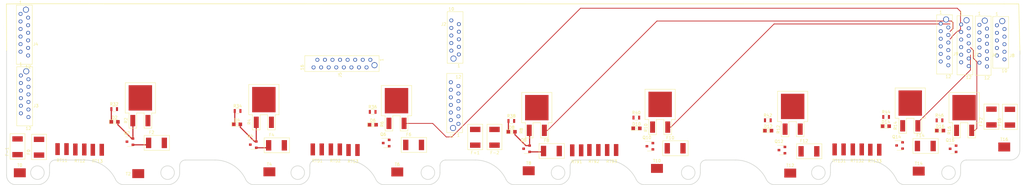
<source format=kicad_pcb>
(kicad_pcb (version 20171130) (host pcbnew 5.0.2-bee76a0~70~ubuntu16.04.1)

  (general
    (thickness 1.6)
    (drawings 72)
    (tracks 62)
    (zones 0)
    (modules 75)
    (nets 105)
  )

  (page A3)
  (layers
    (0 F.Cu signal)
    (31 B.Cu signal)
    (32 B.Adhes user)
    (33 F.Adhes user)
    (34 B.Paste user)
    (35 F.Paste user)
    (36 B.SilkS user)
    (37 F.SilkS user)
    (38 B.Mask user)
    (39 F.Mask user)
    (40 Dwgs.User user)
    (41 Cmts.User user)
    (42 Eco1.User user)
    (43 Eco2.User user)
    (44 Edge.Cuts user)
    (45 Margin user)
    (46 B.CrtYd user)
    (47 F.CrtYd user)
    (48 B.Fab user)
    (49 F.Fab user)
  )

  (setup
    (last_trace_width 0.25)
    (user_trace_width 0.254)
    (user_trace_width 0.381)
    (trace_clearance 0.2)
    (zone_clearance 0.508)
    (zone_45_only no)
    (trace_min 0.2)
    (segment_width 0.2)
    (edge_width 0.2)
    (via_size 0.8)
    (via_drill 0.4)
    (via_min_size 0.4)
    (via_min_drill 0.3)
    (uvia_size 0.3)
    (uvia_drill 0.1)
    (uvias_allowed no)
    (uvia_min_size 0.2)
    (uvia_min_drill 0.1)
    (pcb_text_width 0.3)
    (pcb_text_size 1.5 1.5)
    (mod_edge_width 0.15)
    (mod_text_size 1 1)
    (mod_text_width 0.15)
    (pad_size 1.524 1.524)
    (pad_drill 0.762)
    (pad_to_mask_clearance 0.051)
    (solder_mask_min_width 0.25)
    (aux_axis_origin 0 0)
    (visible_elements FFFFF77F)
    (pcbplotparams
      (layerselection 0x010fc_ffffffff)
      (usegerberextensions false)
      (usegerberattributes false)
      (usegerberadvancedattributes false)
      (creategerberjobfile false)
      (excludeedgelayer true)
      (linewidth 0.100000)
      (plotframeref false)
      (viasonmask false)
      (mode 1)
      (useauxorigin false)
      (hpglpennumber 1)
      (hpglpenspeed 20)
      (hpglpendiameter 15.000000)
      (psnegative false)
      (psa4output false)
      (plotreference true)
      (plotvalue true)
      (plotinvisibletext false)
      (padsonsilk false)
      (subtractmaskfromsilk false)
      (outputformat 1)
      (mirror false)
      (drillshape 1)
      (scaleselection 1)
      (outputdirectory ""))
  )

  (net 0 "")
  (net 1 /C5_T3)
  (net 2 /C9_T1)
  (net 3 /C9_T2)
  (net 4 /C13_T1)
  (net 5 /C13_T3)
  (net 6 /C9_T3)
  (net 7 /C13_T2)
  (net 8 /C1_T2)
  (net 9 /C5_T1)
  (net 10 /C1_T1)
  (net 11 /C5_T2)
  (net 12 /C1_T3)
  (net 13 /C15_T2)
  (net 14 /C11_T3)
  (net 15 /C15_T3)
  (net 16 /C15_T1)
  (net 17 /C11_T2)
  (net 18 /C11_T1)
  (net 19 /C7_T3)
  (net 20 /C3_T3)
  (net 21 /C7_T2)
  (net 22 /C3_T1)
  (net 23 /C7_T1)
  (net 24 /C3_T2)
  (net 25 "Net-(D2-Pad2)")
  (net 26 "Net-(D2-Pad1)")
  (net 27 "Net-(D4-Pad2)")
  (net 28 "Net-(D4-Pad1)")
  (net 29 "Net-(D6-Pad2)")
  (net 30 "Net-(D6-Pad1)")
  (net 31 "Net-(D8-Pad2)")
  (net 32 "Net-(D8-Pad1)")
  (net 33 "Net-(D10-Pad2)")
  (net 34 "Net-(D10-Pad1)")
  (net 35 "Net-(D12-Pad1)")
  (net 36 "Net-(D12-Pad2)")
  (net 37 "Net-(D14-Pad1)")
  (net 38 "Net-(D14-Pad2)")
  (net 39 "Net-(D16-Pad1)")
  (net 40 "Net-(D16-Pad2)")
  (net 41 /C0)
  (net 42 /C1)
  (net 43 /C2)
  (net 44 /C3)
  (net 45 /C4)
  (net 46 /C5)
  (net 47 /C6)
  (net 48 /C7)
  (net 49 /C8)
  (net 50 /C9)
  (net 51 /C10)
  (net 52 /C11)
  (net 53 /C12)
  (net 54 /C13)
  (net 55 /C14)
  (net 56 /C15)
  (net 57 /C16)
  (net 58 /V+1)
  (net 59 /V+2)
  (net 60 /V-1)
  (net 61 /V-2)
  (net 62 /Q12)
  (net 63 /Q14)
  (net 64 /Q16)
  (net 65 /Q10)
  (net 66 /Q15)
  (net 67 /Q13)
  (net 68 /Q11)
  (net 69 /Q9)
  (net 70 /Q8)
  (net 71 /Q7)
  (net 72 /Q6)
  (net 73 /Q5)
  (net 74 /Q4)
  (net 75 /Q3)
  (net 76 /Q2)
  (net 77 /Q1)
  (net 78 "Net-(R2-PadEP)")
  (net 79 "Net-(R4-PadEP)")
  (net 80 "Net-(R6-PadEP)")
  (net 81 "Net-(R8-PadEP)")
  (net 82 "Net-(R10-PadEP)")
  (net 83 "Net-(R12-PadEP)")
  (net 84 "Net-(R14-PadEP)")
  (net 85 "Net-(R16-PadEP)")
  (net 86 /GND1)
  (net 87 "Net-(F+2-Pad1)")
  (net 88 /PWR1)
  (net 89 /PWR3)
  (net 90 /PWR5)
  (net 91 /PWR7)
  (net 92 /PWR9)
  (net 93 /PWR11)
  (net 94 /PWR13)
  (net 95 /PWR15)
  (net 96 /PWR14)
  (net 97 /PWR16)
  (net 98 "Net-(J8-Pad10)")
  (net 99 /PWR8)
  (net 100 /PWR10)
  (net 101 /PWR12)
  (net 102 /PWR6)
  (net 103 /PWR4)
  (net 104 /PWR2)

  (net_class Default "This is the default net class."
    (clearance 0.2)
    (trace_width 0.25)
    (via_dia 0.8)
    (via_drill 0.4)
    (uvia_dia 0.3)
    (uvia_drill 0.1)
    (add_net /C0)
    (add_net /C1)
    (add_net /C10)
    (add_net /C11)
    (add_net /C11_T1)
    (add_net /C11_T2)
    (add_net /C11_T3)
    (add_net /C12)
    (add_net /C13)
    (add_net /C13_T1)
    (add_net /C13_T2)
    (add_net /C13_T3)
    (add_net /C14)
    (add_net /C15)
    (add_net /C15_T1)
    (add_net /C15_T2)
    (add_net /C15_T3)
    (add_net /C16)
    (add_net /C1_T1)
    (add_net /C1_T2)
    (add_net /C1_T3)
    (add_net /C2)
    (add_net /C3)
    (add_net /C3_T1)
    (add_net /C3_T2)
    (add_net /C3_T3)
    (add_net /C4)
    (add_net /C5)
    (add_net /C5_T1)
    (add_net /C5_T2)
    (add_net /C5_T3)
    (add_net /C6)
    (add_net /C7)
    (add_net /C7_T1)
    (add_net /C7_T2)
    (add_net /C7_T3)
    (add_net /C8)
    (add_net /C9)
    (add_net /C9_T1)
    (add_net /C9_T2)
    (add_net /C9_T3)
    (add_net /GND1)
    (add_net /PWR1)
    (add_net /PWR10)
    (add_net /PWR11)
    (add_net /PWR12)
    (add_net /PWR13)
    (add_net /PWR14)
    (add_net /PWR15)
    (add_net /PWR16)
    (add_net /PWR2)
    (add_net /PWR3)
    (add_net /PWR4)
    (add_net /PWR5)
    (add_net /PWR6)
    (add_net /PWR7)
    (add_net /PWR8)
    (add_net /PWR9)
    (add_net /Q1)
    (add_net /Q10)
    (add_net /Q11)
    (add_net /Q12)
    (add_net /Q13)
    (add_net /Q14)
    (add_net /Q15)
    (add_net /Q16)
    (add_net /Q2)
    (add_net /Q3)
    (add_net /Q4)
    (add_net /Q5)
    (add_net /Q6)
    (add_net /Q7)
    (add_net /Q8)
    (add_net /Q9)
    (add_net /V+1)
    (add_net /V+2)
    (add_net /V-1)
    (add_net /V-2)
    (add_net "Net-(D10-Pad1)")
    (add_net "Net-(D10-Pad2)")
    (add_net "Net-(D12-Pad1)")
    (add_net "Net-(D12-Pad2)")
    (add_net "Net-(D14-Pad1)")
    (add_net "Net-(D14-Pad2)")
    (add_net "Net-(D16-Pad1)")
    (add_net "Net-(D16-Pad2)")
    (add_net "Net-(D2-Pad1)")
    (add_net "Net-(D2-Pad2)")
    (add_net "Net-(D4-Pad1)")
    (add_net "Net-(D4-Pad2)")
    (add_net "Net-(D6-Pad1)")
    (add_net "Net-(D6-Pad2)")
    (add_net "Net-(D8-Pad1)")
    (add_net "Net-(D8-Pad2)")
    (add_net "Net-(F+2-Pad1)")
    (add_net "Net-(J8-Pad10)")
    (add_net "Net-(R10-PadEP)")
    (add_net "Net-(R12-PadEP)")
    (add_net "Net-(R14-PadEP)")
    (add_net "Net-(R16-PadEP)")
    (add_net "Net-(R2-PadEP)")
    (add_net "Net-(R4-PadEP)")
    (add_net "Net-(R6-PadEP)")
    (add_net "Net-(R8-PadEP)")
  )

  (net_class "10 mil" ""
    (clearance 0.2)
    (trace_width 0.254)
    (via_dia 0.8)
    (via_drill 0.4)
    (uvia_dia 0.3)
    (uvia_drill 0.1)
  )

  (net_class "15 mils" ""
    (clearance 0.2)
    (trace_width 0.381)
    (via_dia 0.8)
    (via_drill 0.4)
    (uvia_dia 0.3)
    (uvia_drill 0.1)
  )

  (module footprints:R_0805_OEM (layer F.Cu) (tedit 5C3D844D) (tstamp 5DC3FB1B)
    (at 73.5584 162.0012)
    (descr "Resistor SMD 0805, reflow soldering, Vishay (see dcrcw.pdf)")
    (tags "resistor 0805")
    (path /5DC19E94)
    (attr smd)
    (fp_text reference R32 (at 0 -1.65) (layer F.SilkS)
      (effects (font (size 1 1) (thickness 0.15)))
    )
    (fp_text value R_475 (at 0 1.75) (layer F.Fab) hide
      (effects (font (size 1 1) (thickness 0.15)))
    )
    (fp_line (start -1 0.62) (end -1 -0.62) (layer F.Fab) (width 0.1))
    (fp_line (start 1 0.62) (end -1 0.62) (layer F.Fab) (width 0.1))
    (fp_line (start 1 -0.62) (end 1 0.62) (layer F.Fab) (width 0.1))
    (fp_line (start -1 -0.62) (end 1 -0.62) (layer F.Fab) (width 0.1))
    (fp_line (start 0.6 0.88) (end -0.6 0.88) (layer F.SilkS) (width 0.12))
    (fp_line (start -0.6 -0.88) (end 0.6 -0.88) (layer F.SilkS) (width 0.12))
    (fp_line (start -1.55 -0.9) (end 1.55 -0.9) (layer F.CrtYd) (width 0.05))
    (fp_line (start -1.55 -0.9) (end -1.55 0.9) (layer F.CrtYd) (width 0.05))
    (fp_line (start 1.55 0.9) (end 1.55 -0.9) (layer F.CrtYd) (width 0.05))
    (fp_line (start 1.55 0.9) (end -1.55 0.9) (layer F.CrtYd) (width 0.05))
    (pad 1 smd rect (at -0.95 0) (size 0.7 1.3) (layers F.Cu F.Paste F.Mask)
      (net 26 "Net-(D2-Pad1)"))
    (pad 2 smd rect (at 0.95 0) (size 0.7 1.3) (layers F.Cu F.Paste F.Mask)
      (net 104 /PWR2))
    (model ${LOCAL_DIR}/OEM_Preferred_Parts/3DModels/R_0805_OEM/res0805.step
      (at (xyz 0 0 0))
      (scale (xyz 1 1 1))
      (rotate (xyz 0 0 0))
    )
    (model ${LOCAL_DIR}/OEM_Preferred_Parts/3DModels/R_0805_OEM/res0805.step
      (at (xyz 0 0 0))
      (scale (xyz 1 1 1))
      (rotate (xyz 0 0 0))
    )
  )

  (module footprints:Fuse_1812 (layer F.Cu) (tedit 5A050C3C) (tstamp 5DAC3820)
    (at 85.1154 173.355)
    (path /5E0DEF99)
    (fp_text reference F2 (at 1 -3.5) (layer F.SilkS)
      (effects (font (size 1 1) (thickness 0.15)))
    )
    (fp_text value 200mA_Fuse (at 3 3.5) (layer F.Fab) hide
      (effects (font (size 1 1) (thickness 0.15)))
    )
    (fp_line (start -1.5 2.5) (end -1.5 -2.5) (layer F.SilkS) (width 0.15))
    (fp_line (start 7 2.5) (end -1.5 2.5) (layer F.SilkS) (width 0.15))
    (fp_line (start 7 -2.5) (end 7 2.5) (layer F.SilkS) (width 0.15))
    (fp_line (start -1.5 -2.5) (end 7 -2.5) (layer F.SilkS) (width 0.15))
    (pad 1 smd rect (at 0 0) (size 1.78 3.5) (layers F.Cu F.Paste F.Mask)
      (net 89 /PWR3))
    (pad 2 smd rect (at 5.28 0) (size 1.78 3.5) (layers F.Cu F.Paste F.Mask)
      (net 43 /C2))
  )

  (module footprints:LED_0805_OEM (layer F.Cu) (tedit 5C3D84D8) (tstamp 5DC3F714)
    (at 73.7108 166.2938)
    (descr "LED 0805 smd package")
    (tags "LED led 0805 SMD smd SMT smt smdled SMDLED smtled SMTLED")
    (path /5DC19E8A)
    (attr smd)
    (fp_text reference D2 (at 0 -1.45) (layer F.SilkS)
      (effects (font (size 1 1) (thickness 0.15)))
    )
    (fp_text value LED_0805 (at 0.508 2.032) (layer F.Fab) hide
      (effects (font (size 1 1) (thickness 0.15)))
    )
    (fp_line (start -0.2 0.35) (end -0.2 0) (layer F.SilkS) (width 0.1))
    (fp_line (start -0.2 0) (end -0.2 -0.35) (layer F.SilkS) (width 0.1))
    (fp_line (start 0.15 0.35) (end -0.2 0) (layer F.SilkS) (width 0.1))
    (fp_line (start 0.15 0.3) (end 0.15 0.35) (layer F.SilkS) (width 0.1))
    (fp_line (start 0.15 0.35) (end 0.15 0.3) (layer F.SilkS) (width 0.1))
    (fp_line (start 0.15 -0.35) (end 0.15 0.3) (layer F.SilkS) (width 0.1))
    (fp_line (start 0.1 -0.3) (end 0.15 -0.35) (layer F.SilkS) (width 0.1))
    (fp_line (start -0.2 0) (end 0.1 -0.3) (layer F.SilkS) (width 0.1))
    (fp_line (start -1.8 -0.7) (end -1.8 0.7) (layer F.SilkS) (width 0.12))
    (fp_line (start 1 0.6) (end -1 0.6) (layer F.Fab) (width 0.1))
    (fp_line (start 1 -0.6) (end 1 0.6) (layer F.Fab) (width 0.1))
    (fp_line (start -1 -0.6) (end 1 -0.6) (layer F.Fab) (width 0.1))
    (fp_line (start -1 0.6) (end -1 -0.6) (layer F.Fab) (width 0.1))
    (fp_line (start -1.8 0.7) (end 1 0.7) (layer F.SilkS) (width 0.12))
    (fp_line (start -1.8 -0.7) (end 1 -0.7) (layer F.SilkS) (width 0.12))
    (fp_line (start 1.95 -0.85) (end 1.95 0.85) (layer F.CrtYd) (width 0.05))
    (fp_line (start 1.95 0.85) (end -1.95 0.85) (layer F.CrtYd) (width 0.05))
    (fp_line (start -1.95 0.85) (end -1.95 -0.85) (layer F.CrtYd) (width 0.05))
    (fp_line (start -1.95 -0.85) (end 1.95 -0.85) (layer F.CrtYd) (width 0.05))
    (pad 2 smd rect (at 1.1 0 180) (size 1.2 1.2) (layers F.Cu F.Paste F.Mask)
      (net 25 "Net-(D2-Pad2)"))
    (pad 1 smd rect (at -1.1 0 180) (size 1.2 1.2) (layers F.Cu F.Paste F.Mask)
      (net 26 "Net-(D2-Pad1)"))
    (model "${LOCAL_DIR}/OEM_Preferred_Parts/3DModels/LED_0805/LED 0805 Base GREEN001_sp.wrl"
      (at (xyz 0 0 0))
      (scale (xyz 1 1 1))
      (rotate (xyz 0 0 180))
    )
    (model "${LOCAL_DIR}/OEM_Preferred_Parts/3DModels/LED_0805/LED 0805 Base GREEN001_sp.step"
      (at (xyz 0 0 0))
      (scale (xyz 1 1 1))
      (rotate (xyz 0 0 0))
    )
  )

  (module footprints:SOT-23-3_OEM (layer F.Cu) (tedit 5C16AB2D) (tstamp 5DC3F8CF)
    (at 77.851 172.9486)
    (descr "5-pin SOT23 package")
    (tags SOT-23-5)
    (path /5DC19EA6)
    (attr smd)
    (fp_text reference Q2 (at 0 -2.9) (layer F.SilkS)
      (effects (font (size 1 1) (thickness 0.15)))
    )
    (fp_text value BSS308PE (at 0 2.9) (layer F.Fab) hide
      (effects (font (size 1 1) (thickness 0.15)))
    )
    (fp_line (start 0.116 1.61) (end 1.916 1.61) (layer F.SilkS) (width 0.12))
    (fp_line (start 1.916 -1.61) (end -0.534 -1.61) (layer F.SilkS) (width 0.12))
    (fp_line (start -0.884 -1.8) (end 2.916 -1.8) (layer F.CrtYd) (width 0.05))
    (fp_line (start 2.916 -1.8) (end 2.916 1.8) (layer F.CrtYd) (width 0.05))
    (fp_line (start 2.916 1.8) (end -0.884 1.8) (layer F.CrtYd) (width 0.05))
    (fp_line (start -0.884 1.8) (end -0.884 -1.8) (layer F.CrtYd) (width 0.05))
    (fp_line (start 0.116 -0.9) (end 0.766 -1.55) (layer F.Fab) (width 0.1))
    (fp_line (start 1.916 -1.55) (end 0.766 -1.55) (layer F.Fab) (width 0.1))
    (fp_line (start 0.116 -0.9) (end 0.116 1.55) (layer F.Fab) (width 0.1))
    (fp_line (start 1.916 1.55) (end 0.116 1.55) (layer F.Fab) (width 0.1))
    (fp_line (start 1.916 -1.55) (end 1.916 1.55) (layer F.Fab) (width 0.1))
    (pad 1 smd rect (at 0 0) (size 0.9 0.8) (layers F.Cu F.Paste F.Mask)
      (net 76 /Q2))
    (pad 2 smd rect (at 2 1.05) (size 0.9 0.8) (layers F.Cu F.Paste F.Mask)
      (net 89 /PWR3))
    (pad 3 smd rect (at 2 -1.05) (size 0.9 0.8) (layers F.Cu F.Paste F.Mask)
      (net 25 "Net-(D2-Pad2)"))
    (model ${LOCAL_DIR}/OEM_Preferred_Parts/3DModels/SOT-23_OEM/SOT-23.step
      (offset (xyz 1.015999984741211 0 0))
      (scale (xyz 1 1 1))
      (rotate (xyz 0 0 180))
    )
  )

  (module footprints:PWR163 (layer F.Cu) (tedit 5DAB9E58) (tstamp 5DC3F9F1)
    (at 82.3468 158.242)
    (path /5DC19EB1)
    (fp_text reference R2 (at -4.826 7.5946 90) (layer F.SilkS)
      (effects (font (size 1 1) (thickness 0.15)))
    )
    (fp_text value R_3.3_25W_TO163 (at -1.27 -6.35) (layer F.Fab) hide
      (effects (font (size 1 1) (thickness 0.15)))
    )
    (fp_line (start -1.27 5.08) (end -1.27 10.16) (layer F.SilkS) (width 0.15))
    (fp_line (start 1.27 5.08) (end -1.27 5.08) (layer F.SilkS) (width 0.15))
    (fp_line (start 1.27 10.16) (end 1.27 5.08) (layer F.SilkS) (width 0.15))
    (fp_line (start 3.81 10.16) (end 1.27 10.16) (layer F.SilkS) (width 0.15))
    (fp_line (start 3.81 5.08) (end 3.81 10.16) (layer F.SilkS) (width 0.15))
    (fp_line (start 5.08 5.08) (end 3.81 5.08) (layer F.SilkS) (width 0.15))
    (fp_line (start 5.08 -5.08) (end 5.08 5.08) (layer F.SilkS) (width 0.15))
    (fp_line (start -5.08 -5.08) (end 5.08 -5.08) (layer F.SilkS) (width 0.15))
    (fp_line (start -5.08 5.08) (end -5.08 -5.08) (layer F.SilkS) (width 0.15))
    (fp_line (start -3.81 5.08) (end -5.08 5.08) (layer F.SilkS) (width 0.15))
    (fp_line (start -3.81 10.16) (end -3.81 5.08) (layer F.SilkS) (width 0.15))
    (fp_line (start -1.27 10.16) (end -3.81 10.16) (layer F.SilkS) (width 0.15))
    (pad 1 smd rect (at -2.54 7.625) (size 1.65 3.81) (layers F.Cu F.Paste F.Mask)
      (net 25 "Net-(D2-Pad2)"))
    (pad 2 smd rect (at 2.54 7.625) (size 1.65 3.81) (layers F.Cu F.Paste F.Mask)
      (net 104 /PWR2))
    (pad EP smd rect (at 0 0) (size 7.87 8.51) (layers F.Cu F.Paste F.Mask)
      (net 78 "Net-(R2-PadEP)"))
    (model /home/aehoppe/Downloads/pwr163.stp
      (at (xyz 0 0 0))
      (scale (xyz 1 1 1))
      (rotate (xyz 90 180 0))
    )
    (model ${LOCAL_DIR}/OEM_Preferred_Parts/3DModels/pwr163/pwr163s-25-1001f.stp
      (at (xyz 0 0 0))
      (scale (xyz 1 1 1))
      (rotate (xyz 90 180 0))
    )
    (model ${LOCALDIR}/3DModels/pwr163/pwr163.stp
      (offset (xyz 0 -0.5 0))
      (scale (xyz 1 1 1))
      (rotate (xyz -90 0 180))
    )
  )

  (module footprints:Fuse_1812 (layer F.Cu) (tedit 5A050C3C) (tstamp 5DAC3834)
    (at 125.3998 174.1678)
    (path /5E0B5E27)
    (fp_text reference F4 (at 1 -3.5) (layer F.SilkS)
      (effects (font (size 1 1) (thickness 0.15)))
    )
    (fp_text value 200mA_Fuse (at 3 3.5) (layer F.Fab) hide
      (effects (font (size 1 1) (thickness 0.15)))
    )
    (fp_line (start -1.5 -2.5) (end 7 -2.5) (layer F.SilkS) (width 0.15))
    (fp_line (start 7 -2.5) (end 7 2.5) (layer F.SilkS) (width 0.15))
    (fp_line (start 7 2.5) (end -1.5 2.5) (layer F.SilkS) (width 0.15))
    (fp_line (start -1.5 2.5) (end -1.5 -2.5) (layer F.SilkS) (width 0.15))
    (pad 2 smd rect (at 5.28 0) (size 1.78 3.5) (layers F.Cu F.Paste F.Mask)
      (net 45 /C4))
    (pad 1 smd rect (at 0 0) (size 1.78 3.5) (layers F.Cu F.Paste F.Mask)
      (net 90 /PWR5))
  )

  (module footprints:Fuse_1812 (layer F.Cu) (tedit 5A050C3C) (tstamp 5DAC3848)
    (at 171.4246 174.0408)
    (path /5E08B789)
    (fp_text reference F6 (at 1 -3.5) (layer F.SilkS)
      (effects (font (size 1 1) (thickness 0.15)))
    )
    (fp_text value 200mA_Fuse (at 3 3.5) (layer F.Fab) hide
      (effects (font (size 1 1) (thickness 0.15)))
    )
    (fp_line (start -1.5 -2.5) (end 7 -2.5) (layer F.SilkS) (width 0.15))
    (fp_line (start 7 -2.5) (end 7 2.5) (layer F.SilkS) (width 0.15))
    (fp_line (start 7 2.5) (end -1.5 2.5) (layer F.SilkS) (width 0.15))
    (fp_line (start -1.5 2.5) (end -1.5 -2.5) (layer F.SilkS) (width 0.15))
    (pad 2 smd rect (at 5.28 0) (size 1.78 3.5) (layers F.Cu F.Paste F.Mask)
      (net 47 /C6))
    (pad 1 smd rect (at 0 0) (size 1.78 3.5) (layers F.Cu F.Paste F.Mask)
      (net 91 /PWR7))
  )

  (module footprints:Fuse_1812 (layer F.Cu) (tedit 5A050C3C) (tstamp 5DAC385C)
    (at 217.678 176.0728)
    (path /5E062DFE)
    (fp_text reference F8 (at 1 -3.5) (layer F.SilkS)
      (effects (font (size 1 1) (thickness 0.15)))
    )
    (fp_text value 200mA_Fuse (at 3 3.5) (layer F.Fab) hide
      (effects (font (size 1 1) (thickness 0.15)))
    )
    (fp_line (start -1.5 2.5) (end -1.5 -2.5) (layer F.SilkS) (width 0.15))
    (fp_line (start 7 2.5) (end -1.5 2.5) (layer F.SilkS) (width 0.15))
    (fp_line (start 7 -2.5) (end 7 2.5) (layer F.SilkS) (width 0.15))
    (fp_line (start -1.5 -2.5) (end 7 -2.5) (layer F.SilkS) (width 0.15))
    (pad 1 smd rect (at 0 0) (size 1.78 3.5) (layers F.Cu F.Paste F.Mask)
      (net 92 /PWR9))
    (pad 2 smd rect (at 5.28 0) (size 1.78 3.5) (layers F.Cu F.Paste F.Mask)
      (net 49 /C8))
  )

  (module footprints:Fuse_1812 (layer F.Cu) (tedit 5A050C3C) (tstamp 5DAC3870)
    (at 259.207 175.1584)
    (path /5E03B065)
    (fp_text reference F10 (at 1 -3.5) (layer F.SilkS)
      (effects (font (size 1 1) (thickness 0.15)))
    )
    (fp_text value 200mA_Fuse (at 3 3.5) (layer F.Fab) hide
      (effects (font (size 1 1) (thickness 0.15)))
    )
    (fp_line (start -1.5 2.5) (end -1.5 -2.5) (layer F.SilkS) (width 0.15))
    (fp_line (start 7 2.5) (end -1.5 2.5) (layer F.SilkS) (width 0.15))
    (fp_line (start 7 -2.5) (end 7 2.5) (layer F.SilkS) (width 0.15))
    (fp_line (start -1.5 -2.5) (end 7 -2.5) (layer F.SilkS) (width 0.15))
    (pad 1 smd rect (at 0 0) (size 1.78 3.5) (layers F.Cu F.Paste F.Mask)
      (net 93 /PWR11))
    (pad 2 smd rect (at 5.28 0) (size 1.78 3.5) (layers F.Cu F.Paste F.Mask)
      (net 51 /C10))
  )

  (module footprints:Fuse_1812 (layer F.Cu) (tedit 5A050C3C) (tstamp 5DAC3884)
    (at 304.1142 176.1744)
    (path /5E0144DB)
    (fp_text reference F12 (at 1 -3.5) (layer F.SilkS)
      (effects (font (size 1 1) (thickness 0.15)))
    )
    (fp_text value 200mA_Fuse (at 3 3.5) (layer F.Fab) hide
      (effects (font (size 1 1) (thickness 0.15)))
    )
    (fp_line (start -1.5 2.5) (end -1.5 -2.5) (layer F.SilkS) (width 0.15))
    (fp_line (start 7 2.5) (end -1.5 2.5) (layer F.SilkS) (width 0.15))
    (fp_line (start 7 -2.5) (end 7 2.5) (layer F.SilkS) (width 0.15))
    (fp_line (start -1.5 -2.5) (end 7 -2.5) (layer F.SilkS) (width 0.15))
    (pad 1 smd rect (at 0 0) (size 1.78 3.5) (layers F.Cu F.Paste F.Mask)
      (net 94 /PWR13))
    (pad 2 smd rect (at 5.28 0) (size 1.78 3.5) (layers F.Cu F.Paste F.Mask)
      (net 53 /C12))
  )

  (module footprints:Fuse_1812 (layer F.Cu) (tedit 5A050C3C) (tstamp 5DAC3898)
    (at 343.1794 174.3964)
    (path /5DFEDE3B)
    (fp_text reference F14 (at 1 -3.5) (layer F.SilkS)
      (effects (font (size 1 1) (thickness 0.15)))
    )
    (fp_text value 200mA_Fuse (at 3 3.5) (layer F.Fab) hide
      (effects (font (size 1 1) (thickness 0.15)))
    )
    (fp_line (start -1.5 -2.5) (end 7 -2.5) (layer F.SilkS) (width 0.15))
    (fp_line (start 7 -2.5) (end 7 2.5) (layer F.SilkS) (width 0.15))
    (fp_line (start 7 2.5) (end -1.5 2.5) (layer F.SilkS) (width 0.15))
    (fp_line (start -1.5 2.5) (end -1.5 -2.5) (layer F.SilkS) (width 0.15))
    (pad 2 smd rect (at 5.28 0) (size 1.78 3.5) (layers F.Cu F.Paste F.Mask)
      (net 55 /C14))
    (pad 1 smd rect (at 0 0) (size 1.78 3.5) (layers F.Cu F.Paste F.Mask)
      (net 95 /PWR15))
  )

  (module footprints:Fuse_1812 (layer F.Cu) (tedit 5A050C3C) (tstamp 5DAC38AC)
    (at 374.2182 167.3606 90)
    (path /5F68FA8B)
    (fp_text reference F16 (at 1 -3.5 90) (layer F.SilkS)
      (effects (font (size 1 1) (thickness 0.15)))
    )
    (fp_text value 200mA_Fuse (at 3 3.5 90) (layer F.Fab) hide
      (effects (font (size 1 1) (thickness 0.15)))
    )
    (fp_line (start -1.5 -2.5) (end 7 -2.5) (layer F.SilkS) (width 0.15))
    (fp_line (start 7 -2.5) (end 7 2.5) (layer F.SilkS) (width 0.15))
    (fp_line (start 7 2.5) (end -1.5 2.5) (layer F.SilkS) (width 0.15))
    (fp_line (start -1.5 2.5) (end -1.5 -2.5) (layer F.SilkS) (width 0.15))
    (pad 2 smd rect (at 5.28 0 90) (size 1.78 3.5) (layers F.Cu F.Paste F.Mask)
      (net 57 /C16))
    (pad 1 smd rect (at 0 0 90) (size 1.78 3.5) (layers F.Cu F.Paste F.Mask)
      (net 87 "Net-(F+2-Pad1)"))
  )

  (module footprints:Fuse_1812 (layer F.Cu) (tedit 5A050C3C) (tstamp 5DAC588A)
    (at 194.7418 174.117 90)
    (path /5E512653)
    (fp_text reference F+1 (at -2.54 0 180) (layer F.SilkS)
      (effects (font (size 1 1) (thickness 0.15)))
    )
    (fp_text value 200mA_Fuse (at 3 3.5 90) (layer F.Fab) hide
      (effects (font (size 1 1) (thickness 0.15)))
    )
    (fp_line (start -1.5 -2.5) (end 7 -2.5) (layer F.SilkS) (width 0.15))
    (fp_line (start 7 -2.5) (end 7 2.5) (layer F.SilkS) (width 0.15))
    (fp_line (start 7 2.5) (end -1.5 2.5) (layer F.SilkS) (width 0.15))
    (fp_line (start -1.5 2.5) (end -1.5 -2.5) (layer F.SilkS) (width 0.15))
    (pad 2 smd rect (at 5.28 0 90) (size 1.78 3.5) (layers F.Cu F.Paste F.Mask)
      (net 58 /V+1))
    (pad 1 smd rect (at 0 0 90) (size 1.78 3.5) (layers F.Cu F.Paste F.Mask)
      (net 92 /PWR9))
  )

  (module footprints:Fuse_1812 (layer F.Cu) (tedit 5A050C3C) (tstamp 5DAC586F)
    (at 41.1226 177.292 90)
    (path /5E46FFB5)
    (fp_text reference F-1 (at 1 -3.5 90) (layer F.SilkS)
      (effects (font (size 1 1) (thickness 0.15)))
    )
    (fp_text value 200mA_Fuse (at 3 3.5 90) (layer F.Fab) hide
      (effects (font (size 1 1) (thickness 0.15)))
    )
    (fp_line (start -1.5 2.5) (end -1.5 -2.5) (layer F.SilkS) (width 0.15))
    (fp_line (start 7 2.5) (end -1.5 2.5) (layer F.SilkS) (width 0.15))
    (fp_line (start 7 -2.5) (end 7 2.5) (layer F.SilkS) (width 0.15))
    (fp_line (start -1.5 -2.5) (end 7 -2.5) (layer F.SilkS) (width 0.15))
    (pad 1 smd rect (at 0 0 90) (size 1.78 3.5) (layers F.Cu F.Paste F.Mask)
      (net 88 /PWR1))
    (pad 2 smd rect (at 5.28 0 90) (size 1.78 3.5) (layers F.Cu F.Paste F.Mask)
      (net 60 /V-1))
  )

  (module footprints:micromatch_female_vert_12 (layer F.Cu) (tedit 5A7728CD) (tstamp 5DAC38D7)
    (at 189.103 161.8742 180)
    (path /5E20C751)
    (fp_text reference J1 (at 2.286 -9.144 180) (layer F.SilkS)
      (effects (font (size 1 1) (thickness 0.15)))
    )
    (fp_text value MM_M_VT_10 (at 6.35 0 270) (layer F.Fab) hide
      (effects (font (size 1 1) (thickness 0.15)))
    )
    (fp_line (start 3.92 11.83) (end 3.92 -8.02) (layer F.SilkS) (width 0.15))
    (fp_line (start -1.38 11.83) (end -1.38 -8.02) (layer F.SilkS) (width 0.15))
    (fp_line (start -1.38 -8.02) (end 3.92 -8.02) (layer F.SilkS) (width 0.15))
    (fp_line (start -1.38 11.83) (end 3.92 11.83) (layer F.SilkS) (width 0.15))
    (fp_text user 1 (at 0 -8.89 180) (layer F.SilkS)
      (effects (font (size 1 1) (thickness 0.15)))
    )
    (fp_text user 12 (at 0 10.668 180) (layer F.SilkS)
      (effects (font (size 1 1) (thickness 0.15)))
    )
    (pad 13 thru_hole circle (at 1.8 -6.48 180) (size 2 2) (drill 1.5) (layers *.Cu *.Mask))
    (pad 12 thru_hole circle (at 2.54 8.89 180) (size 1.3 1.3) (drill 0.8) (layers *.Cu *.Mask))
    (pad 11 thru_hole circle (at 0 7.62 180) (size 1.3 1.3) (drill 0.8) (layers *.Cu *.Mask))
    (pad 10 thru_hole circle (at 2.54 6.35 180) (size 1.3 1.3) (drill 0.8) (layers *.Cu *.Mask)
      (net 61 /V-2))
    (pad 9 thru_hole circle (at 0 5.08 180) (size 1.3 1.3) (drill 0.8) (layers *.Cu *.Mask)
      (net 41 /C0))
    (pad 8 thru_hole circle (at 2.54 3.81 180) (size 1.3 1.3) (drill 0.8) (layers *.Cu *.Mask)
      (net 42 /C1))
    (pad 6 thru_hole circle (at 2.54 1.27 180) (size 1.3 1.3) (drill 0.8) (layers *.Cu *.Mask)
      (net 8 /C1_T2))
    (pad 4 thru_hole circle (at 2.54 -1.27 180) (size 1.3 1.3) (drill 0.8) (layers *.Cu *.Mask)
      (net 44 /C3))
    (pad 2 thru_hole circle (at 2.54 -3.81 180) (size 1.3 1.3) (drill 0.8) (layers *.Cu *.Mask)
      (net 9 /C5_T1))
    (pad 7 thru_hole circle (at 0 2.54 180) (size 1.3 1.3) (drill 0.8) (layers *.Cu *.Mask)
      (net 10 /C1_T1))
    (pad 1 thru_hole circle (at 0 -5.08 180) (size 1.3 1.3) (drill 0.8) (layers *.Cu *.Mask)
      (net 11 /C5_T2))
    (pad 3 thru_hole circle (at 0 -2.54 180) (size 1.3 1.3) (drill 0.8) (layers *.Cu *.Mask)
      (net 46 /C5))
    (pad 5 thru_hole circle (at 0 0 180) (size 1.3 1.3) (drill 0.8) (layers *.Cu *.Mask)
      (net 12 /C1_T3))
  )

  (module footprints:micromatch_female_vert_10 (layer F.Cu) (tedit 5A772885) (tstamp 5DAC38EC)
    (at 189.2554 138.5824 180)
    (path /5E40DC14)
    (fp_text reference J2 (at 5.08 5.08 180) (layer F.SilkS)
      (effects (font (size 1 1) (thickness 0.15)))
    )
    (fp_text value MM_M_VT_12 (at 6.35 0 270) (layer F.Fab) hide
      (effects (font (size 1 1) (thickness 0.15)))
    )
    (fp_line (start 3.92 9.29) (end 3.92 -8.02) (layer F.SilkS) (width 0.15))
    (fp_line (start -1.38 9.29) (end -1.38 -8.02) (layer F.SilkS) (width 0.15))
    (fp_line (start -1.38 -8.02) (end 3.92 -8.02) (layer F.SilkS) (width 0.15))
    (fp_line (start -1.38 9.29) (end 3.92 9.29) (layer F.SilkS) (width 0.15))
    (fp_text user 1 (at 0 -8.89 180) (layer F.SilkS)
      (effects (font (size 1 1) (thickness 0.15)))
    )
    (fp_text user 10 (at 2.54 10.16 180) (layer F.SilkS)
      (effects (font (size 1 1) (thickness 0.15)))
    )
    (pad 11 thru_hole circle (at 1.8 -6.48 180) (size 2 2) (drill 1.5) (layers *.Cu *.Mask)
      (net 43 /C2))
    (pad 10 thru_hole circle (at 2.54 6.35 180) (size 1.3 1.3) (drill 0.8) (layers *.Cu *.Mask)
      (net 45 /C4))
    (pad 9 thru_hole circle (at 0 5.08 180) (size 1.3 1.3) (drill 0.8) (layers *.Cu *.Mask)
      (net 22 /C3_T1))
    (pad 8 thru_hole circle (at 2.54 3.81 180) (size 1.3 1.3) (drill 0.8) (layers *.Cu *.Mask)
      (net 24 /C3_T2))
    (pad 6 thru_hole circle (at 2.54 1.27 180) (size 1.3 1.3) (drill 0.8) (layers *.Cu *.Mask)
      (net 47 /C6))
    (pad 4 thru_hole circle (at 2.54 -1.27 180) (size 1.3 1.3) (drill 0.8) (layers *.Cu *.Mask)
      (net 60 /V-1))
    (pad 2 thru_hole circle (at 2.54 -3.81 180) (size 1.3 1.3) (drill 0.8) (layers *.Cu *.Mask)
      (net 23 /C7_T1))
    (pad 7 thru_hole circle (at 0 2.54 180) (size 1.3 1.3) (drill 0.8) (layers *.Cu *.Mask)
      (net 20 /C3_T3))
    (pad 1 thru_hole circle (at 0 -5.08 180) (size 1.3 1.3) (drill 0.8) (layers *.Cu *.Mask)
      (net 21 /C7_T2))
    (pad 3 thru_hole circle (at 0 -2.54 180) (size 1.3 1.3) (drill 0.8) (layers *.Cu *.Mask)
      (net 49 /C8))
    (pad 5 thru_hole circle (at 0 0 180) (size 1.3 1.3) (drill 0.8) (layers *.Cu *.Mask)
      (net 59 /V+2))
  )

  (module footprints:micromatch_female_vert_12 (layer F.Cu) (tedit 5A7728CD) (tstamp 5DAC57F8)
    (at 42.2402 155.8036)
    (path /5E20BE7C)
    (fp_text reference J3 (at 5.08 5.08) (layer F.SilkS)
      (effects (font (size 1 1) (thickness 0.15)))
    )
    (fp_text value MM_M_VT_12 (at 6.35 0 90) (layer F.Fab) hide
      (effects (font (size 1 1) (thickness 0.15)))
    )
    (fp_text user 12 (at 2.54 12.7) (layer F.SilkS)
      (effects (font (size 1 1) (thickness 0.15)))
    )
    (fp_text user 1 (at 0 -8.89) (layer F.SilkS)
      (effects (font (size 1 1) (thickness 0.15)))
    )
    (fp_line (start -1.38 11.83) (end 3.92 11.83) (layer F.SilkS) (width 0.15))
    (fp_line (start -1.38 -8.02) (end 3.92 -8.02) (layer F.SilkS) (width 0.15))
    (fp_line (start -1.38 11.83) (end -1.38 -8.02) (layer F.SilkS) (width 0.15))
    (fp_line (start 3.92 11.83) (end 3.92 -8.02) (layer F.SilkS) (width 0.15))
    (pad 5 thru_hole circle (at 0 0) (size 1.3 1.3) (drill 0.8) (layers *.Cu *.Mask)
      (net 54 /C13))
    (pad 3 thru_hole circle (at 0 -2.54) (size 1.3 1.3) (drill 0.8) (layers *.Cu *.Mask)
      (net 7 /C13_T2))
    (pad 1 thru_hole circle (at 0 -5.08) (size 1.3 1.3) (drill 0.8) (layers *.Cu *.Mask)
      (net 56 /C15))
    (pad 7 thru_hole circle (at 0 2.54) (size 1.3 1.3) (drill 0.8) (layers *.Cu *.Mask)
      (net 6 /C9_T3))
    (pad 2 thru_hole circle (at 2.54 -3.81) (size 1.3 1.3) (drill 0.8) (layers *.Cu *.Mask)
      (net 5 /C13_T3))
    (pad 4 thru_hole circle (at 2.54 -1.27) (size 1.3 1.3) (drill 0.8) (layers *.Cu *.Mask)
      (net 4 /C13_T1))
    (pad 6 thru_hole circle (at 2.54 1.27) (size 1.3 1.3) (drill 0.8) (layers *.Cu *.Mask)
      (net 52 /C11))
    (pad 8 thru_hole circle (at 2.54 3.81) (size 1.3 1.3) (drill 0.8) (layers *.Cu *.Mask)
      (net 3 /C9_T2))
    (pad 9 thru_hole circle (at 0 5.08) (size 1.3 1.3) (drill 0.8) (layers *.Cu *.Mask)
      (net 2 /C9_T1))
    (pad 10 thru_hole circle (at 2.54 6.35) (size 1.3 1.3) (drill 0.8) (layers *.Cu *.Mask)
      (net 50 /C9))
    (pad 11 thru_hole circle (at 0 7.62) (size 1.3 1.3) (drill 0.8) (layers *.Cu *.Mask)
      (net 48 /C7))
    (pad 12 thru_hole circle (at 2.54 8.89) (size 1.3 1.3) (drill 0.8) (layers *.Cu *.Mask)
      (net 1 /C5_T3))
    (pad 13 thru_hole circle (at 1.8 -6.48) (size 2 2) (drill 1.5) (layers *.Cu *.Mask))
  )

  (module footprints:Thermistor (layer F.Cu) (tedit 5C908180) (tstamp 5DAC5535)
    (at 56.0578 175.4378)
    (path /5D83177F)
    (fp_text reference RT11 (at 0 3.81) (layer F.SilkS)
      (effects (font (size 1 1) (thickness 0.15)))
    )
    (fp_text value Thermistor (at 0 -3.81) (layer F.Fab)
      (effects (font (size 1 1) (thickness 0.15)))
    )
    (pad 1 smd rect (at -1.5 0) (size 1.5 4) (layers F.Cu F.Paste F.Mask)
      (net 10 /C1_T1))
    (pad 2 smd rect (at 1.5 0) (size 1.5 4) (layers F.Cu F.Paste F.Mask)
      (net 86 /GND1))
  )

  (module footprints:Thermistor (layer F.Cu) (tedit 5C908180) (tstamp 5DAC3924)
    (at 62.0254 175.5648)
    (path /5D83159E)
    (fp_text reference RT12 (at 0 3.81) (layer F.SilkS)
      (effects (font (size 1 1) (thickness 0.15)))
    )
    (fp_text value Thermistor (at 0 -3.81) (layer F.Fab)
      (effects (font (size 1 1) (thickness 0.15)))
    )
    (pad 2 smd rect (at 1.5 0) (size 1.5 4) (layers F.Cu F.Paste F.Mask)
      (net 86 /GND1))
    (pad 1 smd rect (at -1.5 0) (size 1.5 4) (layers F.Cu F.Paste F.Mask)
      (net 8 /C1_T2))
  )

  (module footprints:Thermistor (layer F.Cu) (tedit 5C908180) (tstamp 5DAC392A)
    (at 67.8928 175.6664)
    (path /5D830CA2)
    (fp_text reference RT13 (at 0 3.81) (layer F.SilkS)
      (effects (font (size 1 1) (thickness 0.15)))
    )
    (fp_text value Thermistor (at 0 -3.81) (layer F.Fab)
      (effects (font (size 1 1) (thickness 0.15)))
    )
    (pad 1 smd rect (at -1.5 0) (size 1.5 4) (layers F.Cu F.Paste F.Mask)
      (net 12 /C1_T3))
    (pad 2 smd rect (at 1.5 0) (size 1.5 4) (layers F.Cu F.Paste F.Mask)
      (net 86 /GND1))
  )

  (module footprints:Thermistor (layer F.Cu) (tedit 5C908180) (tstamp 5DAC3942)
    (at 141.732 175.5394)
    (path /5D830C22)
    (fp_text reference RT51 (at 0 3.81) (layer F.SilkS)
      (effects (font (size 1 1) (thickness 0.15)))
    )
    (fp_text value Thermistor (at 0 -3.81) (layer F.Fab)
      (effects (font (size 1 1) (thickness 0.15)))
    )
    (pad 2 smd rect (at 1.5 0) (size 1.5 4) (layers F.Cu F.Paste F.Mask)
      (net 86 /GND1))
    (pad 1 smd rect (at -1.5 0) (size 1.5 4) (layers F.Cu F.Paste F.Mask)
      (net 9 /C5_T1))
  )

  (module footprints:Thermistor (layer F.Cu) (tedit 5C908180) (tstamp 5DAC3948)
    (at 147.8012 175.5394)
    (path /5D830BA4)
    (fp_text reference RT52 (at 0 3.81) (layer F.SilkS)
      (effects (font (size 1 1) (thickness 0.15)))
    )
    (fp_text value Thermistor (at 0 -3.81) (layer F.Fab)
      (effects (font (size 1 1) (thickness 0.15)))
    )
    (pad 1 smd rect (at -1.5 0) (size 1.5 4) (layers F.Cu F.Paste F.Mask)
      (net 11 /C5_T2))
    (pad 2 smd rect (at 1.5 0) (size 1.5 4) (layers F.Cu F.Paste F.Mask)
      (net 86 /GND1))
  )

  (module footprints:Thermistor (layer F.Cu) (tedit 5C908180) (tstamp 5DAC394E)
    (at 153.7222 175.7426)
    (path /5F697FB1)
    (fp_text reference RT53 (at 0 3.81) (layer F.SilkS)
      (effects (font (size 1 1) (thickness 0.15)))
    )
    (fp_text value Thermistor (at 0 -3.81) (layer F.Fab)
      (effects (font (size 1 1) (thickness 0.15)))
    )
    (pad 2 smd rect (at 1.5 0) (size 1.5 4) (layers F.Cu F.Paste F.Mask)
      (net 86 /GND1))
    (pad 1 smd rect (at -1.5 0) (size 1.5 4) (layers F.Cu F.Paste F.Mask)
      (net 1 /C5_T3))
  )

  (module footprints:Thermistor (layer F.Cu) (tedit 5C908180) (tstamp 5DAC3966)
    (at 228.8046 175.8442)
    (path /5F697580)
    (fp_text reference RT91 (at 0 3.81) (layer F.SilkS)
      (effects (font (size 1 1) (thickness 0.15)))
    )
    (fp_text value Thermistor (at 0 -3.81) (layer F.Fab)
      (effects (font (size 1 1) (thickness 0.15)))
    )
    (pad 1 smd rect (at -1.5 0) (size 1.5 4) (layers F.Cu F.Paste F.Mask)
      (net 2 /C9_T1))
    (pad 2 smd rect (at 1.5 0) (size 1.5 4) (layers F.Cu F.Paste F.Mask)
      (net 86 /GND1))
  )

  (module footprints:Thermistor (layer F.Cu) (tedit 5C908180) (tstamp 5DAC396C)
    (at 234.569 175.7426)
    (path /5F69750E)
    (fp_text reference RT92 (at 0 3.81) (layer F.SilkS)
      (effects (font (size 1 1) (thickness 0.15)))
    )
    (fp_text value Thermistor (at 0 -3.81) (layer F.Fab)
      (effects (font (size 1 1) (thickness 0.15)))
    )
    (pad 2 smd rect (at 1.5 0) (size 1.5 4) (layers F.Cu F.Paste F.Mask)
      (net 86 /GND1))
    (pad 1 smd rect (at -1.5 0) (size 1.5 4) (layers F.Cu F.Paste F.Mask)
      (net 3 /C9_T2))
  )

  (module footprints:Thermistor (layer F.Cu) (tedit 5C908180) (tstamp 5DAC3972)
    (at 240.538 175.7426)
    (path /5F69749A)
    (fp_text reference RT93 (at 0 3.81) (layer F.SilkS)
      (effects (font (size 1 1) (thickness 0.15)))
    )
    (fp_text value Thermistor (at 0 -3.81) (layer F.Fab)
      (effects (font (size 1 1) (thickness 0.15)))
    )
    (pad 1 smd rect (at -1.5 0) (size 1.5 4) (layers F.Cu F.Paste F.Mask)
      (net 6 /C9_T3))
    (pad 2 smd rect (at 1.5 0) (size 1.5 4) (layers F.Cu F.Paste F.Mask)
      (net 86 /GND1))
  )

  (module footprints:Thermistor (layer F.Cu) (tedit 5C908180) (tstamp 5DAC398A)
    (at 316.8904 175.5394)
    (path /5F6973BA)
    (fp_text reference RT131 (at 0 3.81) (layer F.SilkS)
      (effects (font (size 1 1) (thickness 0.15)))
    )
    (fp_text value Thermistor (at 0 -3.81) (layer F.Fab)
      (effects (font (size 1 1) (thickness 0.15)))
    )
    (pad 2 smd rect (at 1.5 0) (size 1.5 4) (layers F.Cu F.Paste F.Mask)
      (net 86 /GND1))
    (pad 1 smd rect (at -1.5 0) (size 1.5 4) (layers F.Cu F.Paste F.Mask)
      (net 4 /C13_T1))
  )

  (module footprints:Thermistor (layer F.Cu) (tedit 5C908180) (tstamp 5DAC3990)
    (at 322.9864 175.5394)
    (path /5F696F77)
    (fp_text reference RT132 (at 0 3.81) (layer F.SilkS)
      (effects (font (size 1 1) (thickness 0.15)))
    )
    (fp_text value Thermistor (at 0 -3.81) (layer F.Fab)
      (effects (font (size 1 1) (thickness 0.15)))
    )
    (pad 1 smd rect (at -1.5 0) (size 1.5 4) (layers F.Cu F.Paste F.Mask)
      (net 7 /C13_T2))
    (pad 2 smd rect (at 1.5 0) (size 1.5 4) (layers F.Cu F.Paste F.Mask)
      (net 86 /GND1))
  )

  (module footprints:Thermistor (layer F.Cu) (tedit 5C908180) (tstamp 5DAC3996)
    (at 328.8538 175.641)
    (path /5F696EB9)
    (fp_text reference RT133 (at 0 3.81) (layer F.SilkS)
      (effects (font (size 1 1) (thickness 0.15)))
    )
    (fp_text value Thermistor (at 0 -3.81) (layer F.Fab)
      (effects (font (size 1 1) (thickness 0.15)))
    )
    (pad 2 smd rect (at 1.5 0) (size 1.5 4) (layers F.Cu F.Paste F.Mask)
      (net 86 /GND1))
    (pad 1 smd rect (at -1.5 0) (size 1.5 4) (layers F.Cu F.Paste F.Mask)
      (net 5 /C13_T3))
  )

  (module footprints:LED_0805_OEM (layer F.Cu) (tedit 5C3D84D8) (tstamp 5DC3F746)
    (at 114.808 167.132)
    (descr "LED 0805 smd package")
    (tags "LED led 0805 SMD smd SMT smt smdled SMDLED smtled SMTLED")
    (path /5DBF85E1)
    (attr smd)
    (fp_text reference D4 (at 0 -1.45) (layer F.SilkS)
      (effects (font (size 1 1) (thickness 0.15)))
    )
    (fp_text value LED_0805 (at 0.508 2.032) (layer F.Fab) hide
      (effects (font (size 1 1) (thickness 0.15)))
    )
    (fp_line (start -0.2 0.35) (end -0.2 0) (layer F.SilkS) (width 0.1))
    (fp_line (start -0.2 0) (end -0.2 -0.35) (layer F.SilkS) (width 0.1))
    (fp_line (start 0.15 0.35) (end -0.2 0) (layer F.SilkS) (width 0.1))
    (fp_line (start 0.15 0.3) (end 0.15 0.35) (layer F.SilkS) (width 0.1))
    (fp_line (start 0.15 0.35) (end 0.15 0.3) (layer F.SilkS) (width 0.1))
    (fp_line (start 0.15 -0.35) (end 0.15 0.3) (layer F.SilkS) (width 0.1))
    (fp_line (start 0.1 -0.3) (end 0.15 -0.35) (layer F.SilkS) (width 0.1))
    (fp_line (start -0.2 0) (end 0.1 -0.3) (layer F.SilkS) (width 0.1))
    (fp_line (start -1.8 -0.7) (end -1.8 0.7) (layer F.SilkS) (width 0.12))
    (fp_line (start 1 0.6) (end -1 0.6) (layer F.Fab) (width 0.1))
    (fp_line (start 1 -0.6) (end 1 0.6) (layer F.Fab) (width 0.1))
    (fp_line (start -1 -0.6) (end 1 -0.6) (layer F.Fab) (width 0.1))
    (fp_line (start -1 0.6) (end -1 -0.6) (layer F.Fab) (width 0.1))
    (fp_line (start -1.8 0.7) (end 1 0.7) (layer F.SilkS) (width 0.12))
    (fp_line (start -1.8 -0.7) (end 1 -0.7) (layer F.SilkS) (width 0.12))
    (fp_line (start 1.95 -0.85) (end 1.95 0.85) (layer F.CrtYd) (width 0.05))
    (fp_line (start 1.95 0.85) (end -1.95 0.85) (layer F.CrtYd) (width 0.05))
    (fp_line (start -1.95 0.85) (end -1.95 -0.85) (layer F.CrtYd) (width 0.05))
    (fp_line (start -1.95 -0.85) (end 1.95 -0.85) (layer F.CrtYd) (width 0.05))
    (pad 2 smd rect (at 1.1 0 180) (size 1.2 1.2) (layers F.Cu F.Paste F.Mask)
      (net 27 "Net-(D4-Pad2)"))
    (pad 1 smd rect (at -1.1 0 180) (size 1.2 1.2) (layers F.Cu F.Paste F.Mask)
      (net 28 "Net-(D4-Pad1)"))
    (model "${LOCAL_DIR}/OEM_Preferred_Parts/3DModels/LED_0805/LED 0805 Base GREEN001_sp.wrl"
      (at (xyz 0 0 0))
      (scale (xyz 1 1 1))
      (rotate (xyz 0 0 180))
    )
    (model "${LOCAL_DIR}/OEM_Preferred_Parts/3DModels/LED_0805/LED 0805 Base GREEN001_sp.step"
      (at (xyz 0 0 0))
      (scale (xyz 1 1 1))
      (rotate (xyz 0 0 0))
    )
  )

  (module footprints:LED_0805_OEM (layer F.Cu) (tedit 5C3D84D8) (tstamp 5DC3F778)
    (at 160.3756 167.259)
    (descr "LED 0805 smd package")
    (tags "LED led 0805 SMD smd SMT smt smdled SMDLED smtled SMTLED")
    (path /5DBDD431)
    (attr smd)
    (fp_text reference D6 (at 0 -1.45) (layer F.SilkS)
      (effects (font (size 1 1) (thickness 0.15)))
    )
    (fp_text value LED_0805 (at 0.508 2.032) (layer F.Fab) hide
      (effects (font (size 1 1) (thickness 0.15)))
    )
    (fp_line (start -0.2 0.35) (end -0.2 0) (layer F.SilkS) (width 0.1))
    (fp_line (start -0.2 0) (end -0.2 -0.35) (layer F.SilkS) (width 0.1))
    (fp_line (start 0.15 0.35) (end -0.2 0) (layer F.SilkS) (width 0.1))
    (fp_line (start 0.15 0.3) (end 0.15 0.35) (layer F.SilkS) (width 0.1))
    (fp_line (start 0.15 0.35) (end 0.15 0.3) (layer F.SilkS) (width 0.1))
    (fp_line (start 0.15 -0.35) (end 0.15 0.3) (layer F.SilkS) (width 0.1))
    (fp_line (start 0.1 -0.3) (end 0.15 -0.35) (layer F.SilkS) (width 0.1))
    (fp_line (start -0.2 0) (end 0.1 -0.3) (layer F.SilkS) (width 0.1))
    (fp_line (start -1.8 -0.7) (end -1.8 0.7) (layer F.SilkS) (width 0.12))
    (fp_line (start 1 0.6) (end -1 0.6) (layer F.Fab) (width 0.1))
    (fp_line (start 1 -0.6) (end 1 0.6) (layer F.Fab) (width 0.1))
    (fp_line (start -1 -0.6) (end 1 -0.6) (layer F.Fab) (width 0.1))
    (fp_line (start -1 0.6) (end -1 -0.6) (layer F.Fab) (width 0.1))
    (fp_line (start -1.8 0.7) (end 1 0.7) (layer F.SilkS) (width 0.12))
    (fp_line (start -1.8 -0.7) (end 1 -0.7) (layer F.SilkS) (width 0.12))
    (fp_line (start 1.95 -0.85) (end 1.95 0.85) (layer F.CrtYd) (width 0.05))
    (fp_line (start 1.95 0.85) (end -1.95 0.85) (layer F.CrtYd) (width 0.05))
    (fp_line (start -1.95 0.85) (end -1.95 -0.85) (layer F.CrtYd) (width 0.05))
    (fp_line (start -1.95 -0.85) (end 1.95 -0.85) (layer F.CrtYd) (width 0.05))
    (pad 2 smd rect (at 1.1 0 180) (size 1.2 1.2) (layers F.Cu F.Paste F.Mask)
      (net 29 "Net-(D6-Pad2)"))
    (pad 1 smd rect (at -1.1 0 180) (size 1.2 1.2) (layers F.Cu F.Paste F.Mask)
      (net 30 "Net-(D6-Pad1)"))
    (model "${LOCAL_DIR}/OEM_Preferred_Parts/3DModels/LED_0805/LED 0805 Base GREEN001_sp.wrl"
      (at (xyz 0 0 0))
      (scale (xyz 1 1 1))
      (rotate (xyz 0 0 180))
    )
    (model "${LOCAL_DIR}/OEM_Preferred_Parts/3DModels/LED_0805/LED 0805 Base GREEN001_sp.step"
      (at (xyz 0 0 0))
      (scale (xyz 1 1 1))
      (rotate (xyz 0 0 0))
    )
  )

  (module footprints:LED_0805_OEM (layer F.Cu) (tedit 5C3D84D8) (tstamp 5DC3F7AA)
    (at 206.9846 169.6212)
    (descr "LED 0805 smd package")
    (tags "LED led 0805 SMD smd SMT smt smdled SMDLED smtled SMTLED")
    (path /5DBC775A)
    (attr smd)
    (fp_text reference D8 (at 0 -1.45) (layer F.SilkS)
      (effects (font (size 1 1) (thickness 0.15)))
    )
    (fp_text value LED_0805 (at 0.508 2.032) (layer F.Fab) hide
      (effects (font (size 1 1) (thickness 0.15)))
    )
    (fp_line (start -0.2 0.35) (end -0.2 0) (layer F.SilkS) (width 0.1))
    (fp_line (start -0.2 0) (end -0.2 -0.35) (layer F.SilkS) (width 0.1))
    (fp_line (start 0.15 0.35) (end -0.2 0) (layer F.SilkS) (width 0.1))
    (fp_line (start 0.15 0.3) (end 0.15 0.35) (layer F.SilkS) (width 0.1))
    (fp_line (start 0.15 0.35) (end 0.15 0.3) (layer F.SilkS) (width 0.1))
    (fp_line (start 0.15 -0.35) (end 0.15 0.3) (layer F.SilkS) (width 0.1))
    (fp_line (start 0.1 -0.3) (end 0.15 -0.35) (layer F.SilkS) (width 0.1))
    (fp_line (start -0.2 0) (end 0.1 -0.3) (layer F.SilkS) (width 0.1))
    (fp_line (start -1.8 -0.7) (end -1.8 0.7) (layer F.SilkS) (width 0.12))
    (fp_line (start 1 0.6) (end -1 0.6) (layer F.Fab) (width 0.1))
    (fp_line (start 1 -0.6) (end 1 0.6) (layer F.Fab) (width 0.1))
    (fp_line (start -1 -0.6) (end 1 -0.6) (layer F.Fab) (width 0.1))
    (fp_line (start -1 0.6) (end -1 -0.6) (layer F.Fab) (width 0.1))
    (fp_line (start -1.8 0.7) (end 1 0.7) (layer F.SilkS) (width 0.12))
    (fp_line (start -1.8 -0.7) (end 1 -0.7) (layer F.SilkS) (width 0.12))
    (fp_line (start 1.95 -0.85) (end 1.95 0.85) (layer F.CrtYd) (width 0.05))
    (fp_line (start 1.95 0.85) (end -1.95 0.85) (layer F.CrtYd) (width 0.05))
    (fp_line (start -1.95 0.85) (end -1.95 -0.85) (layer F.CrtYd) (width 0.05))
    (fp_line (start -1.95 -0.85) (end 1.95 -0.85) (layer F.CrtYd) (width 0.05))
    (pad 2 smd rect (at 1.1 0 180) (size 1.2 1.2) (layers F.Cu F.Paste F.Mask)
      (net 31 "Net-(D8-Pad2)"))
    (pad 1 smd rect (at -1.1 0 180) (size 1.2 1.2) (layers F.Cu F.Paste F.Mask)
      (net 32 "Net-(D8-Pad1)"))
    (model "${LOCAL_DIR}/OEM_Preferred_Parts/3DModels/LED_0805/LED 0805 Base GREEN001_sp.wrl"
      (at (xyz 0 0 0))
      (scale (xyz 1 1 1))
      (rotate (xyz 0 0 180))
    )
    (model "${LOCAL_DIR}/OEM_Preferred_Parts/3DModels/LED_0805/LED 0805 Base GREEN001_sp.step"
      (at (xyz 0 0 0))
      (scale (xyz 1 1 1))
      (rotate (xyz 0 0 0))
    )
  )

  (module footprints:LED_0805_OEM (layer F.Cu) (tedit 5C3D84D8) (tstamp 5DC3F7DC)
    (at 248.8946 168.4782)
    (descr "LED 0805 smd package")
    (tags "LED led 0805 SMD smd SMT smt smdled SMDLED smtled SMTLED")
    (path /5DBB62B5)
    (attr smd)
    (fp_text reference D10 (at 0 -1.45) (layer F.SilkS)
      (effects (font (size 1 1) (thickness 0.15)))
    )
    (fp_text value LED_0805 (at 0.508 2.032) (layer F.Fab) hide
      (effects (font (size 1 1) (thickness 0.15)))
    )
    (fp_line (start -0.2 0.35) (end -0.2 0) (layer F.SilkS) (width 0.1))
    (fp_line (start -0.2 0) (end -0.2 -0.35) (layer F.SilkS) (width 0.1))
    (fp_line (start 0.15 0.35) (end -0.2 0) (layer F.SilkS) (width 0.1))
    (fp_line (start 0.15 0.3) (end 0.15 0.35) (layer F.SilkS) (width 0.1))
    (fp_line (start 0.15 0.35) (end 0.15 0.3) (layer F.SilkS) (width 0.1))
    (fp_line (start 0.15 -0.35) (end 0.15 0.3) (layer F.SilkS) (width 0.1))
    (fp_line (start 0.1 -0.3) (end 0.15 -0.35) (layer F.SilkS) (width 0.1))
    (fp_line (start -0.2 0) (end 0.1 -0.3) (layer F.SilkS) (width 0.1))
    (fp_line (start -1.8 -0.7) (end -1.8 0.7) (layer F.SilkS) (width 0.12))
    (fp_line (start 1 0.6) (end -1 0.6) (layer F.Fab) (width 0.1))
    (fp_line (start 1 -0.6) (end 1 0.6) (layer F.Fab) (width 0.1))
    (fp_line (start -1 -0.6) (end 1 -0.6) (layer F.Fab) (width 0.1))
    (fp_line (start -1 0.6) (end -1 -0.6) (layer F.Fab) (width 0.1))
    (fp_line (start -1.8 0.7) (end 1 0.7) (layer F.SilkS) (width 0.12))
    (fp_line (start -1.8 -0.7) (end 1 -0.7) (layer F.SilkS) (width 0.12))
    (fp_line (start 1.95 -0.85) (end 1.95 0.85) (layer F.CrtYd) (width 0.05))
    (fp_line (start 1.95 0.85) (end -1.95 0.85) (layer F.CrtYd) (width 0.05))
    (fp_line (start -1.95 0.85) (end -1.95 -0.85) (layer F.CrtYd) (width 0.05))
    (fp_line (start -1.95 -0.85) (end 1.95 -0.85) (layer F.CrtYd) (width 0.05))
    (pad 2 smd rect (at 1.1 0 180) (size 1.2 1.2) (layers F.Cu F.Paste F.Mask)
      (net 33 "Net-(D10-Pad2)"))
    (pad 1 smd rect (at -1.1 0 180) (size 1.2 1.2) (layers F.Cu F.Paste F.Mask)
      (net 34 "Net-(D10-Pad1)"))
    (model "${LOCAL_DIR}/OEM_Preferred_Parts/3DModels/LED_0805/LED 0805 Base GREEN001_sp.wrl"
      (at (xyz 0 0 0))
      (scale (xyz 1 1 1))
      (rotate (xyz 0 0 180))
    )
    (model "${LOCAL_DIR}/OEM_Preferred_Parts/3DModels/LED_0805/LED 0805 Base GREEN001_sp.step"
      (at (xyz 0 0 0))
      (scale (xyz 1 1 1))
      (rotate (xyz 0 0 0))
    )
  )

  (module footprints:LED_0805_OEM (layer F.Cu) (tedit 5C3D84D8) (tstamp 5DC3F80E)
    (at 293.0906 169.2402)
    (descr "LED 0805 smd package")
    (tags "LED led 0805 SMD smd SMT smt smdled SMDLED smtled SMTLED")
    (path /5DBA986D)
    (attr smd)
    (fp_text reference D12 (at 0 -1.45) (layer F.SilkS)
      (effects (font (size 1 1) (thickness 0.15)))
    )
    (fp_text value LED_0805 (at 0.508 2.032) (layer F.Fab) hide
      (effects (font (size 1 1) (thickness 0.15)))
    )
    (fp_line (start -1.95 -0.85) (end 1.95 -0.85) (layer F.CrtYd) (width 0.05))
    (fp_line (start -1.95 0.85) (end -1.95 -0.85) (layer F.CrtYd) (width 0.05))
    (fp_line (start 1.95 0.85) (end -1.95 0.85) (layer F.CrtYd) (width 0.05))
    (fp_line (start 1.95 -0.85) (end 1.95 0.85) (layer F.CrtYd) (width 0.05))
    (fp_line (start -1.8 -0.7) (end 1 -0.7) (layer F.SilkS) (width 0.12))
    (fp_line (start -1.8 0.7) (end 1 0.7) (layer F.SilkS) (width 0.12))
    (fp_line (start -1 0.6) (end -1 -0.6) (layer F.Fab) (width 0.1))
    (fp_line (start -1 -0.6) (end 1 -0.6) (layer F.Fab) (width 0.1))
    (fp_line (start 1 -0.6) (end 1 0.6) (layer F.Fab) (width 0.1))
    (fp_line (start 1 0.6) (end -1 0.6) (layer F.Fab) (width 0.1))
    (fp_line (start -1.8 -0.7) (end -1.8 0.7) (layer F.SilkS) (width 0.12))
    (fp_line (start -0.2 0) (end 0.1 -0.3) (layer F.SilkS) (width 0.1))
    (fp_line (start 0.1 -0.3) (end 0.15 -0.35) (layer F.SilkS) (width 0.1))
    (fp_line (start 0.15 -0.35) (end 0.15 0.3) (layer F.SilkS) (width 0.1))
    (fp_line (start 0.15 0.35) (end 0.15 0.3) (layer F.SilkS) (width 0.1))
    (fp_line (start 0.15 0.3) (end 0.15 0.35) (layer F.SilkS) (width 0.1))
    (fp_line (start 0.15 0.35) (end -0.2 0) (layer F.SilkS) (width 0.1))
    (fp_line (start -0.2 0) (end -0.2 -0.35) (layer F.SilkS) (width 0.1))
    (fp_line (start -0.2 0.35) (end -0.2 0) (layer F.SilkS) (width 0.1))
    (pad 1 smd rect (at -1.1 0 180) (size 1.2 1.2) (layers F.Cu F.Paste F.Mask)
      (net 35 "Net-(D12-Pad1)"))
    (pad 2 smd rect (at 1.1 0 180) (size 1.2 1.2) (layers F.Cu F.Paste F.Mask)
      (net 36 "Net-(D12-Pad2)"))
    (model "${LOCAL_DIR}/OEM_Preferred_Parts/3DModels/LED_0805/LED 0805 Base GREEN001_sp.wrl"
      (at (xyz 0 0 0))
      (scale (xyz 1 1 1))
      (rotate (xyz 0 0 180))
    )
    (model "${LOCAL_DIR}/OEM_Preferred_Parts/3DModels/LED_0805/LED 0805 Base GREEN001_sp.step"
      (at (xyz 0 0 0))
      (scale (xyz 1 1 1))
      (rotate (xyz 0 0 0))
    )
  )

  (module footprints:LED_0805_OEM (layer F.Cu) (tedit 5C3D84D8) (tstamp 5DC3F840)
    (at 332.5876 167.7416)
    (descr "LED 0805 smd package")
    (tags "LED led 0805 SMD smd SMT smt smdled SMDLED smtled SMTLED")
    (path /5DBA4B5D)
    (attr smd)
    (fp_text reference D14 (at 0 -1.45) (layer F.SilkS)
      (effects (font (size 1 1) (thickness 0.15)))
    )
    (fp_text value LED_0805 (at 0.508 2.032) (layer F.Fab) hide
      (effects (font (size 1 1) (thickness 0.15)))
    )
    (fp_line (start -1.95 -0.85) (end 1.95 -0.85) (layer F.CrtYd) (width 0.05))
    (fp_line (start -1.95 0.85) (end -1.95 -0.85) (layer F.CrtYd) (width 0.05))
    (fp_line (start 1.95 0.85) (end -1.95 0.85) (layer F.CrtYd) (width 0.05))
    (fp_line (start 1.95 -0.85) (end 1.95 0.85) (layer F.CrtYd) (width 0.05))
    (fp_line (start -1.8 -0.7) (end 1 -0.7) (layer F.SilkS) (width 0.12))
    (fp_line (start -1.8 0.7) (end 1 0.7) (layer F.SilkS) (width 0.12))
    (fp_line (start -1 0.6) (end -1 -0.6) (layer F.Fab) (width 0.1))
    (fp_line (start -1 -0.6) (end 1 -0.6) (layer F.Fab) (width 0.1))
    (fp_line (start 1 -0.6) (end 1 0.6) (layer F.Fab) (width 0.1))
    (fp_line (start 1 0.6) (end -1 0.6) (layer F.Fab) (width 0.1))
    (fp_line (start -1.8 -0.7) (end -1.8 0.7) (layer F.SilkS) (width 0.12))
    (fp_line (start -0.2 0) (end 0.1 -0.3) (layer F.SilkS) (width 0.1))
    (fp_line (start 0.1 -0.3) (end 0.15 -0.35) (layer F.SilkS) (width 0.1))
    (fp_line (start 0.15 -0.35) (end 0.15 0.3) (layer F.SilkS) (width 0.1))
    (fp_line (start 0.15 0.35) (end 0.15 0.3) (layer F.SilkS) (width 0.1))
    (fp_line (start 0.15 0.3) (end 0.15 0.35) (layer F.SilkS) (width 0.1))
    (fp_line (start 0.15 0.35) (end -0.2 0) (layer F.SilkS) (width 0.1))
    (fp_line (start -0.2 0) (end -0.2 -0.35) (layer F.SilkS) (width 0.1))
    (fp_line (start -0.2 0.35) (end -0.2 0) (layer F.SilkS) (width 0.1))
    (pad 1 smd rect (at -1.1 0 180) (size 1.2 1.2) (layers F.Cu F.Paste F.Mask)
      (net 37 "Net-(D14-Pad1)"))
    (pad 2 smd rect (at 1.1 0 180) (size 1.2 1.2) (layers F.Cu F.Paste F.Mask)
      (net 38 "Net-(D14-Pad2)"))
    (model "${LOCAL_DIR}/OEM_Preferred_Parts/3DModels/LED_0805/LED 0805 Base GREEN001_sp.wrl"
      (at (xyz 0 0 0))
      (scale (xyz 1 1 1))
      (rotate (xyz 0 0 180))
    )
    (model "${LOCAL_DIR}/OEM_Preferred_Parts/3DModels/LED_0805/LED 0805 Base GREEN001_sp.step"
      (at (xyz 0 0 0))
      (scale (xyz 1 1 1))
      (rotate (xyz 0 0 0))
    )
  )

  (module footprints:LED_0805_OEM (layer F.Cu) (tedit 5C3D84D8) (tstamp 5DC503A6)
    (at 350.7994 169.2148)
    (descr "LED 0805 smd package")
    (tags "LED led 0805 SMD smd SMT smt smdled SMDLED smtled SMTLED")
    (path /5DB8765E)
    (attr smd)
    (fp_text reference D16 (at 0 -1.45) (layer F.SilkS)
      (effects (font (size 1 1) (thickness 0.15)))
    )
    (fp_text value LED_0805 (at 0.508 2.032) (layer F.Fab) hide
      (effects (font (size 1 1) (thickness 0.15)))
    )
    (fp_line (start -1.95 -0.85) (end 1.95 -0.85) (layer F.CrtYd) (width 0.05))
    (fp_line (start -1.95 0.85) (end -1.95 -0.85) (layer F.CrtYd) (width 0.05))
    (fp_line (start 1.95 0.85) (end -1.95 0.85) (layer F.CrtYd) (width 0.05))
    (fp_line (start 1.95 -0.85) (end 1.95 0.85) (layer F.CrtYd) (width 0.05))
    (fp_line (start -1.8 -0.7) (end 1 -0.7) (layer F.SilkS) (width 0.12))
    (fp_line (start -1.8 0.7) (end 1 0.7) (layer F.SilkS) (width 0.12))
    (fp_line (start -1 0.6) (end -1 -0.6) (layer F.Fab) (width 0.1))
    (fp_line (start -1 -0.6) (end 1 -0.6) (layer F.Fab) (width 0.1))
    (fp_line (start 1 -0.6) (end 1 0.6) (layer F.Fab) (width 0.1))
    (fp_line (start 1 0.6) (end -1 0.6) (layer F.Fab) (width 0.1))
    (fp_line (start -1.8 -0.7) (end -1.8 0.7) (layer F.SilkS) (width 0.12))
    (fp_line (start -0.2 0) (end 0.1 -0.3) (layer F.SilkS) (width 0.1))
    (fp_line (start 0.1 -0.3) (end 0.15 -0.35) (layer F.SilkS) (width 0.1))
    (fp_line (start 0.15 -0.35) (end 0.15 0.3) (layer F.SilkS) (width 0.1))
    (fp_line (start 0.15 0.35) (end 0.15 0.3) (layer F.SilkS) (width 0.1))
    (fp_line (start 0.15 0.3) (end 0.15 0.35) (layer F.SilkS) (width 0.1))
    (fp_line (start 0.15 0.35) (end -0.2 0) (layer F.SilkS) (width 0.1))
    (fp_line (start -0.2 0) (end -0.2 -0.35) (layer F.SilkS) (width 0.1))
    (fp_line (start -0.2 0.35) (end -0.2 0) (layer F.SilkS) (width 0.1))
    (pad 1 smd rect (at -1.1 0 180) (size 1.2 1.2) (layers F.Cu F.Paste F.Mask)
      (net 39 "Net-(D16-Pad1)"))
    (pad 2 smd rect (at 1.1 0 180) (size 1.2 1.2) (layers F.Cu F.Paste F.Mask)
      (net 40 "Net-(D16-Pad2)"))
    (model "${LOCAL_DIR}/OEM_Preferred_Parts/3DModels/LED_0805/LED 0805 Base GREEN001_sp.wrl"
      (at (xyz 0 0 0))
      (scale (xyz 1 1 1))
      (rotate (xyz 0 0 180))
    )
    (model "${LOCAL_DIR}/OEM_Preferred_Parts/3DModels/LED_0805/LED 0805 Base GREEN001_sp.step"
      (at (xyz 0 0 0))
      (scale (xyz 1 1 1))
      (rotate (xyz 0 0 0))
    )
  )

  (module footprints:Fuse_1812 (layer F.Cu) (tedit 5A050C3C) (tstamp 5DB9E7C3)
    (at 48.3362 177.4444 90)
    (path /5E109BA2)
    (fp_text reference F0 (at 1 -3.5 90) (layer F.SilkS)
      (effects (font (size 1 1) (thickness 0.15)))
    )
    (fp_text value 200mA_Fuse (at 3 3.5 90) (layer F.Fab) hide
      (effects (font (size 1 1) (thickness 0.15)))
    )
    (fp_line (start -1.5 -2.5) (end 7 -2.5) (layer F.SilkS) (width 0.15))
    (fp_line (start 7 -2.5) (end 7 2.5) (layer F.SilkS) (width 0.15))
    (fp_line (start 7 2.5) (end -1.5 2.5) (layer F.SilkS) (width 0.15))
    (fp_line (start -1.5 2.5) (end -1.5 -2.5) (layer F.SilkS) (width 0.15))
    (pad 2 smd rect (at 5.28 0 90) (size 1.78 3.5) (layers F.Cu F.Paste F.Mask)
      (net 41 /C0))
    (pad 1 smd rect (at 0 0 90) (size 1.78 3.5) (layers F.Cu F.Paste F.Mask)
      (net 88 /PWR1))
  )

  (module footprints:Fuse_1812 (layer F.Cu) (tedit 5A050C3C) (tstamp 5DC3F886)
    (at 368.0206 167.3098 90)
    (path /5E449070)
    (fp_text reference F+2 (at 1 -3.5 90) (layer F.SilkS)
      (effects (font (size 1 1) (thickness 0.15)))
    )
    (fp_text value 200mA_Fuse (at 3 3.5 90) (layer F.Fab) hide
      (effects (font (size 1 1) (thickness 0.15)))
    )
    (fp_line (start -1.5 2.5) (end -1.5 -2.5) (layer F.SilkS) (width 0.15))
    (fp_line (start 7 2.5) (end -1.5 2.5) (layer F.SilkS) (width 0.15))
    (fp_line (start 7 -2.5) (end 7 2.5) (layer F.SilkS) (width 0.15))
    (fp_line (start -1.5 -2.5) (end 7 -2.5) (layer F.SilkS) (width 0.15))
    (pad 1 smd rect (at 0 0 90) (size 1.78 3.5) (layers F.Cu F.Paste F.Mask)
      (net 87 "Net-(F+2-Pad1)"))
    (pad 2 smd rect (at 5.28 0 90) (size 1.78 3.5) (layers F.Cu F.Paste F.Mask)
      (net 59 /V+2))
  )

  (module footprints:Fuse_1812 (layer F.Cu) (tedit 5A050C3C) (tstamp 5DC3F890)
    (at 201.2188 174.117 90)
    (path /5E4858A2)
    (fp_text reference F-2 (at -2.54 0.0762 180) (layer F.SilkS)
      (effects (font (size 1 1) (thickness 0.15)))
    )
    (fp_text value 200mA_Fuse (at 3 3.5 90) (layer F.Fab) hide
      (effects (font (size 1 1) (thickness 0.15)))
    )
    (fp_line (start -1.5 -2.5) (end 7 -2.5) (layer F.SilkS) (width 0.15))
    (fp_line (start 7 -2.5) (end 7 2.5) (layer F.SilkS) (width 0.15))
    (fp_line (start 7 2.5) (end -1.5 2.5) (layer F.SilkS) (width 0.15))
    (fp_line (start -1.5 2.5) (end -1.5 -2.5) (layer F.SilkS) (width 0.15))
    (pad 2 smd rect (at 5.28 0 90) (size 1.78 3.5) (layers F.Cu F.Paste F.Mask)
      (net 61 /V-2))
    (pad 1 smd rect (at 0 0 90) (size 1.78 3.5) (layers F.Cu F.Paste F.Mask)
      (net 92 /PWR9))
  )

  (module footprints:micromatch_female_vert_16 (layer F.Cu) (tedit 5C8FD6E4) (tstamp 5DB9E825)
    (at 154.4574 145.4658 270)
    (path /5E21125C)
    (fp_text reference J5 (at 5.08 5.08 270) (layer F.SilkS)
      (effects (font (size 1 1) (thickness 0.15)))
    )
    (fp_text value MM_M_VT_16 (at 6.35 0) (layer F.Fab) hide
      (effects (font (size 1 1) (thickness 0.15)))
    )
    (fp_text user 16 (at 2.54 17.78 270) (layer F.SilkS)
      (effects (font (size 1 1) (thickness 0.15)))
    )
    (fp_text user 1 (at 0 -8.89 270) (layer F.SilkS)
      (effects (font (size 1 1) (thickness 0.15)))
    )
    (fp_line (start -1.38 16.91) (end 3.92 16.91) (layer F.SilkS) (width 0.15))
    (fp_line (start -1.38 -8.02) (end 3.92 -8.02) (layer F.SilkS) (width 0.15))
    (fp_line (start -1.38 16.91) (end -1.38 -8.02) (layer F.SilkS) (width 0.15))
    (fp_line (start 3.92 16.91) (end 3.92 -8.02) (layer F.SilkS) (width 0.15))
    (pad 5 thru_hole circle (at 0 0 270) (size 1.3 1.3) (drill 0.8) (layers *.Cu *.Mask)
      (net 62 /Q12))
    (pad 3 thru_hole circle (at 0 -2.54 270) (size 1.3 1.3) (drill 0.8) (layers *.Cu *.Mask)
      (net 63 /Q14))
    (pad 1 thru_hole circle (at 0 -5.08 270) (size 1.3 1.3) (drill 0.8) (layers *.Cu *.Mask)
      (net 64 /Q16))
    (pad 7 thru_hole circle (at 0 2.54 270) (size 1.3 1.3) (drill 0.8) (layers *.Cu *.Mask)
      (net 65 /Q10))
    (pad 2 thru_hole circle (at 2.54 -3.81 270) (size 1.3 1.3) (drill 0.8) (layers *.Cu *.Mask)
      (net 66 /Q15))
    (pad 4 thru_hole circle (at 2.54 -1.27 270) (size 1.3 1.3) (drill 0.8) (layers *.Cu *.Mask)
      (net 67 /Q13))
    (pad 6 thru_hole circle (at 2.54 1.27 270) (size 1.3 1.3) (drill 0.8) (layers *.Cu *.Mask)
      (net 68 /Q11))
    (pad 8 thru_hole circle (at 2.54 3.81 270) (size 1.3 1.3) (drill 0.8) (layers *.Cu *.Mask)
      (net 69 /Q9))
    (pad 9 thru_hole circle (at 0 5.08 270) (size 1.3 1.3) (drill 0.8) (layers *.Cu *.Mask)
      (net 70 /Q8))
    (pad 10 thru_hole circle (at 2.54 6.35 270) (size 1.3 1.3) (drill 0.8) (layers *.Cu *.Mask)
      (net 71 /Q7))
    (pad 11 thru_hole circle (at 0 7.62 270) (size 1.3 1.3) (drill 0.8) (layers *.Cu *.Mask)
      (net 72 /Q6))
    (pad 12 thru_hole circle (at 2.54 8.89 270) (size 1.3 1.3) (drill 0.8) (layers *.Cu *.Mask)
      (net 73 /Q5))
    (pad 13 thru_hole circle (at 0 10.16 270) (size 1.3 1.3) (drill 0.8) (layers *.Cu *.Mask)
      (net 74 /Q4))
    (pad 14 thru_hole circle (at 2.54 11.43 270) (size 1.3 1.3) (drill 0.8) (layers *.Cu *.Mask)
      (net 75 /Q3))
    (pad 15 thru_hole circle (at 0 12.7 270) (size 1.3 1.3) (drill 0.8) (layers *.Cu *.Mask)
      (net 76 /Q2))
    (pad 16 thru_hole circle (at 2.54 13.97 270) (size 1.3 1.3) (drill 0.8) (layers *.Cu *.Mask)
      (net 77 /Q1))
    (pad 17 thru_hole circle (at 1.8 -6.48 270) (size 2 2) (drill 1.5) (layers *.Cu *.Mask))
    (model ${LOCAL_DIR}/OEM_Preferred_Parts/3DModels/micromatch_female_vert_16/c-1-338068-6-f-3d.stp
      (offset (xyz 1.3 -4.5 3.6))
      (scale (xyz 1 1 1))
      (rotate (xyz 0 0 90))
    )
  )

  (module footprints:SOT-23-3_OEM (layer F.Cu) (tedit 5C16AB2D) (tstamp 5DC3F8F3)
    (at 119.253 173.9392)
    (descr "5-pin SOT23 package")
    (tags SOT-23-5)
    (path /5DBF85FD)
    (attr smd)
    (fp_text reference Q4 (at 0 -2.9) (layer F.SilkS)
      (effects (font (size 1 1) (thickness 0.15)))
    )
    (fp_text value BSS308PE (at 0 2.9) (layer F.Fab) hide
      (effects (font (size 1 1) (thickness 0.15)))
    )
    (fp_line (start 0.116 1.61) (end 1.916 1.61) (layer F.SilkS) (width 0.12))
    (fp_line (start 1.916 -1.61) (end -0.534 -1.61) (layer F.SilkS) (width 0.12))
    (fp_line (start -0.884 -1.8) (end 2.916 -1.8) (layer F.CrtYd) (width 0.05))
    (fp_line (start 2.916 -1.8) (end 2.916 1.8) (layer F.CrtYd) (width 0.05))
    (fp_line (start 2.916 1.8) (end -0.884 1.8) (layer F.CrtYd) (width 0.05))
    (fp_line (start -0.884 1.8) (end -0.884 -1.8) (layer F.CrtYd) (width 0.05))
    (fp_line (start 0.116 -0.9) (end 0.766 -1.55) (layer F.Fab) (width 0.1))
    (fp_line (start 1.916 -1.55) (end 0.766 -1.55) (layer F.Fab) (width 0.1))
    (fp_line (start 0.116 -0.9) (end 0.116 1.55) (layer F.Fab) (width 0.1))
    (fp_line (start 1.916 1.55) (end 0.116 1.55) (layer F.Fab) (width 0.1))
    (fp_line (start 1.916 -1.55) (end 1.916 1.55) (layer F.Fab) (width 0.1))
    (pad 1 smd rect (at 0 0) (size 0.9 0.8) (layers F.Cu F.Paste F.Mask)
      (net 74 /Q4))
    (pad 2 smd rect (at 2 1.05) (size 0.9 0.8) (layers F.Cu F.Paste F.Mask)
      (net 90 /PWR5))
    (pad 3 smd rect (at 2 -1.05) (size 0.9 0.8) (layers F.Cu F.Paste F.Mask)
      (net 27 "Net-(D4-Pad2)"))
    (model ${LOCAL_DIR}/OEM_Preferred_Parts/3DModels/SOT-23_OEM/SOT-23.step
      (offset (xyz 1.015999984741211 0 0))
      (scale (xyz 1 1 1))
      (rotate (xyz 0 0 180))
    )
  )

  (module footprints:SOT-23-3_OEM (layer F.Cu) (tedit 5C16AB2D) (tstamp 5DC3F917)
    (at 163.862 173.3972)
    (descr "5-pin SOT23 package")
    (tags SOT-23-5)
    (path /5DBDD44D)
    (attr smd)
    (fp_text reference Q6 (at 0 -2.9) (layer F.SilkS)
      (effects (font (size 1 1) (thickness 0.15)))
    )
    (fp_text value BSS308PE (at 0 2.9) (layer F.Fab) hide
      (effects (font (size 1 1) (thickness 0.15)))
    )
    (fp_line (start 1.916 -1.55) (end 1.916 1.55) (layer F.Fab) (width 0.1))
    (fp_line (start 1.916 1.55) (end 0.116 1.55) (layer F.Fab) (width 0.1))
    (fp_line (start 0.116 -0.9) (end 0.116 1.55) (layer F.Fab) (width 0.1))
    (fp_line (start 1.916 -1.55) (end 0.766 -1.55) (layer F.Fab) (width 0.1))
    (fp_line (start 0.116 -0.9) (end 0.766 -1.55) (layer F.Fab) (width 0.1))
    (fp_line (start -0.884 1.8) (end -0.884 -1.8) (layer F.CrtYd) (width 0.05))
    (fp_line (start 2.916 1.8) (end -0.884 1.8) (layer F.CrtYd) (width 0.05))
    (fp_line (start 2.916 -1.8) (end 2.916 1.8) (layer F.CrtYd) (width 0.05))
    (fp_line (start -0.884 -1.8) (end 2.916 -1.8) (layer F.CrtYd) (width 0.05))
    (fp_line (start 1.916 -1.61) (end -0.534 -1.61) (layer F.SilkS) (width 0.12))
    (fp_line (start 0.116 1.61) (end 1.916 1.61) (layer F.SilkS) (width 0.12))
    (pad 3 smd rect (at 2 -1.05) (size 0.9 0.8) (layers F.Cu F.Paste F.Mask)
      (net 29 "Net-(D6-Pad2)"))
    (pad 2 smd rect (at 2 1.05) (size 0.9 0.8) (layers F.Cu F.Paste F.Mask)
      (net 91 /PWR7))
    (pad 1 smd rect (at 0 0) (size 0.9 0.8) (layers F.Cu F.Paste F.Mask)
      (net 72 /Q6))
    (model ${LOCAL_DIR}/OEM_Preferred_Parts/3DModels/SOT-23_OEM/SOT-23.step
      (offset (xyz 1.015999984741211 0 0))
      (scale (xyz 1 1 1))
      (rotate (xyz 0 0 180))
    )
  )

  (module footprints:SOT-23-3_OEM (layer F.Cu) (tedit 5C16AB2D) (tstamp 5DD8BFBB)
    (at 210.9978 175.3108)
    (descr "5-pin SOT23 package")
    (tags SOT-23-5)
    (path /5DBC7776)
    (attr smd)
    (fp_text reference Q8 (at 0 -2.9) (layer F.SilkS)
      (effects (font (size 1 1) (thickness 0.15)))
    )
    (fp_text value BSS308PE (at 0 2.9) (layer F.Fab) hide
      (effects (font (size 1 1) (thickness 0.15)))
    )
    (fp_line (start 1.916 -1.55) (end 1.916 1.55) (layer F.Fab) (width 0.1))
    (fp_line (start 1.916 1.55) (end 0.116 1.55) (layer F.Fab) (width 0.1))
    (fp_line (start 0.116 -0.9) (end 0.116 1.55) (layer F.Fab) (width 0.1))
    (fp_line (start 1.916 -1.55) (end 0.766 -1.55) (layer F.Fab) (width 0.1))
    (fp_line (start 0.116 -0.9) (end 0.766 -1.55) (layer F.Fab) (width 0.1))
    (fp_line (start -0.884 1.8) (end -0.884 -1.8) (layer F.CrtYd) (width 0.05))
    (fp_line (start 2.916 1.8) (end -0.884 1.8) (layer F.CrtYd) (width 0.05))
    (fp_line (start 2.916 -1.8) (end 2.916 1.8) (layer F.CrtYd) (width 0.05))
    (fp_line (start -0.884 -1.8) (end 2.916 -1.8) (layer F.CrtYd) (width 0.05))
    (fp_line (start 1.916 -1.61) (end -0.534 -1.61) (layer F.SilkS) (width 0.12))
    (fp_line (start 0.116 1.61) (end 1.916 1.61) (layer F.SilkS) (width 0.12))
    (pad 3 smd rect (at 2 -1.05) (size 0.9 0.8) (layers F.Cu F.Paste F.Mask)
      (net 31 "Net-(D8-Pad2)"))
    (pad 2 smd rect (at 2 1.05) (size 0.9 0.8) (layers F.Cu F.Paste F.Mask)
      (net 92 /PWR9))
    (pad 1 smd rect (at 0 0) (size 0.9 0.8) (layers F.Cu F.Paste F.Mask)
      (net 70 /Q8))
    (model ${LOCAL_DIR}/OEM_Preferred_Parts/3DModels/SOT-23_OEM/SOT-23.step
      (offset (xyz 1.015999984741211 0 0))
      (scale (xyz 1 1 1))
      (rotate (xyz 0 0 180))
    )
  )

  (module footprints:SOT-23-3_OEM (layer F.Cu) (tedit 5C16AB2D) (tstamp 5DC3F95F)
    (at 252.3744 174.4726)
    (descr "5-pin SOT23 package")
    (tags SOT-23-5)
    (path /5DBB62D1)
    (attr smd)
    (fp_text reference Q10 (at 0 -2.9) (layer F.SilkS)
      (effects (font (size 1 1) (thickness 0.15)))
    )
    (fp_text value BSS308PE (at 0 2.9) (layer F.Fab) hide
      (effects (font (size 1 1) (thickness 0.15)))
    )
    (fp_line (start 1.916 -1.55) (end 1.916 1.55) (layer F.Fab) (width 0.1))
    (fp_line (start 1.916 1.55) (end 0.116 1.55) (layer F.Fab) (width 0.1))
    (fp_line (start 0.116 -0.9) (end 0.116 1.55) (layer F.Fab) (width 0.1))
    (fp_line (start 1.916 -1.55) (end 0.766 -1.55) (layer F.Fab) (width 0.1))
    (fp_line (start 0.116 -0.9) (end 0.766 -1.55) (layer F.Fab) (width 0.1))
    (fp_line (start -0.884 1.8) (end -0.884 -1.8) (layer F.CrtYd) (width 0.05))
    (fp_line (start 2.916 1.8) (end -0.884 1.8) (layer F.CrtYd) (width 0.05))
    (fp_line (start 2.916 -1.8) (end 2.916 1.8) (layer F.CrtYd) (width 0.05))
    (fp_line (start -0.884 -1.8) (end 2.916 -1.8) (layer F.CrtYd) (width 0.05))
    (fp_line (start 1.916 -1.61) (end -0.534 -1.61) (layer F.SilkS) (width 0.12))
    (fp_line (start 0.116 1.61) (end 1.916 1.61) (layer F.SilkS) (width 0.12))
    (pad 3 smd rect (at 2 -1.05) (size 0.9 0.8) (layers F.Cu F.Paste F.Mask)
      (net 33 "Net-(D10-Pad2)"))
    (pad 2 smd rect (at 2 1.05) (size 0.9 0.8) (layers F.Cu F.Paste F.Mask)
      (net 93 /PWR11))
    (pad 1 smd rect (at 0 0) (size 0.9 0.8) (layers F.Cu F.Paste F.Mask)
      (net 65 /Q10))
    (model ${LOCAL_DIR}/OEM_Preferred_Parts/3DModels/SOT-23_OEM/SOT-23.step
      (offset (xyz 1.015999984741211 0 0))
      (scale (xyz 1 1 1))
      (rotate (xyz 0 0 180))
    )
  )

  (module footprints:SOT-23-3_OEM (layer F.Cu) (tedit 5C16AB2D) (tstamp 5DC3F983)
    (at 296.6974 175.768)
    (descr "5-pin SOT23 package")
    (tags SOT-23-5)
    (path /5DBA9889)
    (attr smd)
    (fp_text reference Q12 (at 0 -2.9) (layer F.SilkS)
      (effects (font (size 1 1) (thickness 0.15)))
    )
    (fp_text value BSS308PE (at 0 2.9) (layer F.Fab) hide
      (effects (font (size 1 1) (thickness 0.15)))
    )
    (fp_line (start 0.116 1.61) (end 1.916 1.61) (layer F.SilkS) (width 0.12))
    (fp_line (start 1.916 -1.61) (end -0.534 -1.61) (layer F.SilkS) (width 0.12))
    (fp_line (start -0.884 -1.8) (end 2.916 -1.8) (layer F.CrtYd) (width 0.05))
    (fp_line (start 2.916 -1.8) (end 2.916 1.8) (layer F.CrtYd) (width 0.05))
    (fp_line (start 2.916 1.8) (end -0.884 1.8) (layer F.CrtYd) (width 0.05))
    (fp_line (start -0.884 1.8) (end -0.884 -1.8) (layer F.CrtYd) (width 0.05))
    (fp_line (start 0.116 -0.9) (end 0.766 -1.55) (layer F.Fab) (width 0.1))
    (fp_line (start 1.916 -1.55) (end 0.766 -1.55) (layer F.Fab) (width 0.1))
    (fp_line (start 0.116 -0.9) (end 0.116 1.55) (layer F.Fab) (width 0.1))
    (fp_line (start 1.916 1.55) (end 0.116 1.55) (layer F.Fab) (width 0.1))
    (fp_line (start 1.916 -1.55) (end 1.916 1.55) (layer F.Fab) (width 0.1))
    (pad 1 smd rect (at 0 0) (size 0.9 0.8) (layers F.Cu F.Paste F.Mask)
      (net 62 /Q12))
    (pad 2 smd rect (at 2 1.05) (size 0.9 0.8) (layers F.Cu F.Paste F.Mask)
      (net 94 /PWR13))
    (pad 3 smd rect (at 2 -1.05) (size 0.9 0.8) (layers F.Cu F.Paste F.Mask)
      (net 36 "Net-(D12-Pad2)"))
    (model ${LOCAL_DIR}/OEM_Preferred_Parts/3DModels/SOT-23_OEM/SOT-23.step
      (offset (xyz 1.015999984741211 0 0))
      (scale (xyz 1 1 1))
      (rotate (xyz 0 0 180))
    )
  )

  (module footprints:SOT-23-3_OEM (layer F.Cu) (tedit 5C16AB2D) (tstamp 5DC3F9A7)
    (at 336.1944 174.2186)
    (descr "5-pin SOT23 package")
    (tags SOT-23-5)
    (path /5DBA4B79)
    (attr smd)
    (fp_text reference Q14 (at 0 -2.9) (layer F.SilkS)
      (effects (font (size 1 1) (thickness 0.15)))
    )
    (fp_text value BSS308PE (at 0 2.9) (layer F.Fab) hide
      (effects (font (size 1 1) (thickness 0.15)))
    )
    (fp_line (start 0.116 1.61) (end 1.916 1.61) (layer F.SilkS) (width 0.12))
    (fp_line (start 1.916 -1.61) (end -0.534 -1.61) (layer F.SilkS) (width 0.12))
    (fp_line (start -0.884 -1.8) (end 2.916 -1.8) (layer F.CrtYd) (width 0.05))
    (fp_line (start 2.916 -1.8) (end 2.916 1.8) (layer F.CrtYd) (width 0.05))
    (fp_line (start 2.916 1.8) (end -0.884 1.8) (layer F.CrtYd) (width 0.05))
    (fp_line (start -0.884 1.8) (end -0.884 -1.8) (layer F.CrtYd) (width 0.05))
    (fp_line (start 0.116 -0.9) (end 0.766 -1.55) (layer F.Fab) (width 0.1))
    (fp_line (start 1.916 -1.55) (end 0.766 -1.55) (layer F.Fab) (width 0.1))
    (fp_line (start 0.116 -0.9) (end 0.116 1.55) (layer F.Fab) (width 0.1))
    (fp_line (start 1.916 1.55) (end 0.116 1.55) (layer F.Fab) (width 0.1))
    (fp_line (start 1.916 -1.55) (end 1.916 1.55) (layer F.Fab) (width 0.1))
    (pad 1 smd rect (at 0 0) (size 0.9 0.8) (layers F.Cu F.Paste F.Mask)
      (net 63 /Q14))
    (pad 2 smd rect (at 2 1.05) (size 0.9 0.8) (layers F.Cu F.Paste F.Mask)
      (net 95 /PWR15))
    (pad 3 smd rect (at 2 -1.05) (size 0.9 0.8) (layers F.Cu F.Paste F.Mask)
      (net 38 "Net-(D14-Pad2)"))
    (model ${LOCAL_DIR}/OEM_Preferred_Parts/3DModels/SOT-23_OEM/SOT-23.step
      (offset (xyz 1.015999984741211 0 0))
      (scale (xyz 1 1 1))
      (rotate (xyz 0 0 180))
    )
  )

  (module footprints:SOT-23-3_OEM (layer F.Cu) (tedit 5C16AB2D) (tstamp 5DC5036C)
    (at 354.1522 175.3362)
    (descr "5-pin SOT23 package")
    (tags SOT-23-5)
    (path /5DB876CE)
    (attr smd)
    (fp_text reference Q16 (at 0 -2.9) (layer F.SilkS)
      (effects (font (size 1 1) (thickness 0.15)))
    )
    (fp_text value BSS308PE (at 0 2.9) (layer F.Fab) hide
      (effects (font (size 1 1) (thickness 0.15)))
    )
    (fp_line (start 0.116 1.61) (end 1.916 1.61) (layer F.SilkS) (width 0.12))
    (fp_line (start 1.916 -1.61) (end -0.534 -1.61) (layer F.SilkS) (width 0.12))
    (fp_line (start -0.884 -1.8) (end 2.916 -1.8) (layer F.CrtYd) (width 0.05))
    (fp_line (start 2.916 -1.8) (end 2.916 1.8) (layer F.CrtYd) (width 0.05))
    (fp_line (start 2.916 1.8) (end -0.884 1.8) (layer F.CrtYd) (width 0.05))
    (fp_line (start -0.884 1.8) (end -0.884 -1.8) (layer F.CrtYd) (width 0.05))
    (fp_line (start 0.116 -0.9) (end 0.766 -1.55) (layer F.Fab) (width 0.1))
    (fp_line (start 1.916 -1.55) (end 0.766 -1.55) (layer F.Fab) (width 0.1))
    (fp_line (start 0.116 -0.9) (end 0.116 1.55) (layer F.Fab) (width 0.1))
    (fp_line (start 1.916 1.55) (end 0.116 1.55) (layer F.Fab) (width 0.1))
    (fp_line (start 1.916 -1.55) (end 1.916 1.55) (layer F.Fab) (width 0.1))
    (pad 1 smd rect (at 0 0) (size 0.9 0.8) (layers F.Cu F.Paste F.Mask)
      (net 64 /Q16))
    (pad 2 smd rect (at 2 1.05) (size 0.9 0.8) (layers F.Cu F.Paste F.Mask)
      (net 87 "Net-(F+2-Pad1)"))
    (pad 3 smd rect (at 2 -1.05) (size 0.9 0.8) (layers F.Cu F.Paste F.Mask)
      (net 40 "Net-(D16-Pad2)"))
    (model ${LOCAL_DIR}/OEM_Preferred_Parts/3DModels/SOT-23_OEM/SOT-23.step
      (offset (xyz 1.015999984741211 0 0))
      (scale (xyz 1 1 1))
      (rotate (xyz 0 0 180))
    )
  )

  (module footprints:PWR163 (layer F.Cu) (tedit 5DAB9E58) (tstamp 5DC3FA17)
    (at 123.7996 158.8262)
    (path /5DBF8608)
    (fp_text reference R4 (at -4.9022 7.4422 90) (layer F.SilkS)
      (effects (font (size 1 1) (thickness 0.15)))
    )
    (fp_text value R_3.3_25W_TO163 (at -1.27 -6.35) (layer F.Fab) hide
      (effects (font (size 1 1) (thickness 0.15)))
    )
    (fp_line (start -1.27 10.16) (end -3.81 10.16) (layer F.SilkS) (width 0.15))
    (fp_line (start -3.81 10.16) (end -3.81 5.08) (layer F.SilkS) (width 0.15))
    (fp_line (start -3.81 5.08) (end -5.08 5.08) (layer F.SilkS) (width 0.15))
    (fp_line (start -5.08 5.08) (end -5.08 -5.08) (layer F.SilkS) (width 0.15))
    (fp_line (start -5.08 -5.08) (end 5.08 -5.08) (layer F.SilkS) (width 0.15))
    (fp_line (start 5.08 -5.08) (end 5.08 5.08) (layer F.SilkS) (width 0.15))
    (fp_line (start 5.08 5.08) (end 3.81 5.08) (layer F.SilkS) (width 0.15))
    (fp_line (start 3.81 5.08) (end 3.81 10.16) (layer F.SilkS) (width 0.15))
    (fp_line (start 3.81 10.16) (end 1.27 10.16) (layer F.SilkS) (width 0.15))
    (fp_line (start 1.27 10.16) (end 1.27 5.08) (layer F.SilkS) (width 0.15))
    (fp_line (start 1.27 5.08) (end -1.27 5.08) (layer F.SilkS) (width 0.15))
    (fp_line (start -1.27 5.08) (end -1.27 10.16) (layer F.SilkS) (width 0.15))
    (pad EP smd rect (at 0 0) (size 7.87 8.51) (layers F.Cu F.Paste F.Mask)
      (net 79 "Net-(R4-PadEP)"))
    (pad 2 smd rect (at 2.54 7.625) (size 1.65 3.81) (layers F.Cu F.Paste F.Mask)
      (net 103 /PWR4))
    (pad 1 smd rect (at -2.54 7.625) (size 1.65 3.81) (layers F.Cu F.Paste F.Mask)
      (net 27 "Net-(D4-Pad2)"))
    (model /home/aehoppe/Downloads/pwr163.stp
      (at (xyz 0 0 0))
      (scale (xyz 1 1 1))
      (rotate (xyz 90 180 0))
    )
    (model ${LOCAL_DIR}/OEM_Preferred_Parts/3DModels/pwr163/pwr163s-25-1001f.stp
      (at (xyz 0 0 0))
      (scale (xyz 1 1 1))
      (rotate (xyz 90 180 0))
    )
    (model ${LOCALDIR}/3DModels/pwr163/pwr163.stp
      (offset (xyz 0 -0.5 0))
      (scale (xyz 1 1 1))
      (rotate (xyz -90 0 180))
    )
  )

  (module footprints:PWR163 (layer F.Cu) (tedit 5DAB9E58) (tstamp 5DC3FA3D)
    (at 168.3258 159.1818)
    (path /5DBDD458)
    (fp_text reference R6 (at -4.8514 7.874 90) (layer F.SilkS)
      (effects (font (size 1 1) (thickness 0.15)))
    )
    (fp_text value R_3.3_25W_TO163 (at -1.27 -6.35) (layer F.Fab) hide
      (effects (font (size 1 1) (thickness 0.15)))
    )
    (fp_line (start -1.27 5.08) (end -1.27 10.16) (layer F.SilkS) (width 0.15))
    (fp_line (start 1.27 5.08) (end -1.27 5.08) (layer F.SilkS) (width 0.15))
    (fp_line (start 1.27 10.16) (end 1.27 5.08) (layer F.SilkS) (width 0.15))
    (fp_line (start 3.81 10.16) (end 1.27 10.16) (layer F.SilkS) (width 0.15))
    (fp_line (start 3.81 5.08) (end 3.81 10.16) (layer F.SilkS) (width 0.15))
    (fp_line (start 5.08 5.08) (end 3.81 5.08) (layer F.SilkS) (width 0.15))
    (fp_line (start 5.08 -5.08) (end 5.08 5.08) (layer F.SilkS) (width 0.15))
    (fp_line (start -5.08 -5.08) (end 5.08 -5.08) (layer F.SilkS) (width 0.15))
    (fp_line (start -5.08 5.08) (end -5.08 -5.08) (layer F.SilkS) (width 0.15))
    (fp_line (start -3.81 5.08) (end -5.08 5.08) (layer F.SilkS) (width 0.15))
    (fp_line (start -3.81 10.16) (end -3.81 5.08) (layer F.SilkS) (width 0.15))
    (fp_line (start -1.27 10.16) (end -3.81 10.16) (layer F.SilkS) (width 0.15))
    (pad 1 smd rect (at -2.54 7.625) (size 1.65 3.81) (layers F.Cu F.Paste F.Mask)
      (net 29 "Net-(D6-Pad2)"))
    (pad 2 smd rect (at 2.54 7.625) (size 1.65 3.81) (layers F.Cu F.Paste F.Mask)
      (net 102 /PWR6))
    (pad EP smd rect (at 0 0) (size 7.87 8.51) (layers F.Cu F.Paste F.Mask)
      (net 80 "Net-(R6-PadEP)"))
    (model /home/aehoppe/Downloads/pwr163.stp
      (at (xyz 0 0 0))
      (scale (xyz 1 1 1))
      (rotate (xyz 90 180 0))
    )
    (model ${LOCAL_DIR}/OEM_Preferred_Parts/3DModels/pwr163/pwr163s-25-1001f.stp
      (at (xyz 0 0 0))
      (scale (xyz 1 1 1))
      (rotate (xyz 90 180 0))
    )
    (model ${LOCALDIR}/3DModels/pwr163/pwr163.stp
      (offset (xyz 0 -0.5 0))
      (scale (xyz 1 1 1))
      (rotate (xyz -90 0 180))
    )
  )

  (module footprints:PWR163 (layer F.Cu) (tedit 5DAB9E58) (tstamp 5DC3FA63)
    (at 215.4174 161.5186)
    (path /5DBC7781)
    (fp_text reference R8 (at -5.1816 7.7724 90) (layer F.SilkS)
      (effects (font (size 1 1) (thickness 0.15)))
    )
    (fp_text value R_3.3_25W_TO163 (at -1.27 -6.35) (layer F.Fab) hide
      (effects (font (size 1 1) (thickness 0.15)))
    )
    (fp_line (start -1.27 10.16) (end -3.81 10.16) (layer F.SilkS) (width 0.15))
    (fp_line (start -3.81 10.16) (end -3.81 5.08) (layer F.SilkS) (width 0.15))
    (fp_line (start -3.81 5.08) (end -5.08 5.08) (layer F.SilkS) (width 0.15))
    (fp_line (start -5.08 5.08) (end -5.08 -5.08) (layer F.SilkS) (width 0.15))
    (fp_line (start -5.08 -5.08) (end 5.08 -5.08) (layer F.SilkS) (width 0.15))
    (fp_line (start 5.08 -5.08) (end 5.08 5.08) (layer F.SilkS) (width 0.15))
    (fp_line (start 5.08 5.08) (end 3.81 5.08) (layer F.SilkS) (width 0.15))
    (fp_line (start 3.81 5.08) (end 3.81 10.16) (layer F.SilkS) (width 0.15))
    (fp_line (start 3.81 10.16) (end 1.27 10.16) (layer F.SilkS) (width 0.15))
    (fp_line (start 1.27 10.16) (end 1.27 5.08) (layer F.SilkS) (width 0.15))
    (fp_line (start 1.27 5.08) (end -1.27 5.08) (layer F.SilkS) (width 0.15))
    (fp_line (start -1.27 5.08) (end -1.27 10.16) (layer F.SilkS) (width 0.15))
    (pad EP smd rect (at 0 0) (size 7.87 8.51) (layers F.Cu F.Paste F.Mask)
      (net 81 "Net-(R8-PadEP)"))
    (pad 2 smd rect (at 2.54 7.625) (size 1.65 3.81) (layers F.Cu F.Paste F.Mask)
      (net 99 /PWR8))
    (pad 1 smd rect (at -2.54 7.625) (size 1.65 3.81) (layers F.Cu F.Paste F.Mask)
      (net 31 "Net-(D8-Pad2)"))
    (model /home/aehoppe/Downloads/pwr163.stp
      (at (xyz 0 0 0))
      (scale (xyz 1 1 1))
      (rotate (xyz 90 180 0))
    )
    (model ${LOCAL_DIR}/OEM_Preferred_Parts/3DModels/pwr163/pwr163s-25-1001f.stp
      (at (xyz 0 0 0))
      (scale (xyz 1 1 1))
      (rotate (xyz 90 180 0))
    )
    (model ${LOCALDIR}/3DModels/pwr163/pwr163.stp
      (offset (xyz 0 -0.5 0))
      (scale (xyz 1 1 1))
      (rotate (xyz -90 0 180))
    )
  )

  (module footprints:PWR163 (layer F.Cu) (tedit 5DAB9E58) (tstamp 5DC3FA89)
    (at 256.8194 160.4264)
    (path /5DBB62DC)
    (fp_text reference R10 (at -4.8006 7.8486 90) (layer F.SilkS)
      (effects (font (size 1 1) (thickness 0.15)))
    )
    (fp_text value R_3.3_25W_TO163 (at -1.27 -6.35) (layer F.Fab) hide
      (effects (font (size 1 1) (thickness 0.15)))
    )
    (fp_line (start -1.27 10.16) (end -3.81 10.16) (layer F.SilkS) (width 0.15))
    (fp_line (start -3.81 10.16) (end -3.81 5.08) (layer F.SilkS) (width 0.15))
    (fp_line (start -3.81 5.08) (end -5.08 5.08) (layer F.SilkS) (width 0.15))
    (fp_line (start -5.08 5.08) (end -5.08 -5.08) (layer F.SilkS) (width 0.15))
    (fp_line (start -5.08 -5.08) (end 5.08 -5.08) (layer F.SilkS) (width 0.15))
    (fp_line (start 5.08 -5.08) (end 5.08 5.08) (layer F.SilkS) (width 0.15))
    (fp_line (start 5.08 5.08) (end 3.81 5.08) (layer F.SilkS) (width 0.15))
    (fp_line (start 3.81 5.08) (end 3.81 10.16) (layer F.SilkS) (width 0.15))
    (fp_line (start 3.81 10.16) (end 1.27 10.16) (layer F.SilkS) (width 0.15))
    (fp_line (start 1.27 10.16) (end 1.27 5.08) (layer F.SilkS) (width 0.15))
    (fp_line (start 1.27 5.08) (end -1.27 5.08) (layer F.SilkS) (width 0.15))
    (fp_line (start -1.27 5.08) (end -1.27 10.16) (layer F.SilkS) (width 0.15))
    (pad EP smd rect (at 0 0) (size 7.87 8.51) (layers F.Cu F.Paste F.Mask)
      (net 82 "Net-(R10-PadEP)"))
    (pad 2 smd rect (at 2.54 7.625) (size 1.65 3.81) (layers F.Cu F.Paste F.Mask)
      (net 100 /PWR10))
    (pad 1 smd rect (at -2.54 7.625) (size 1.65 3.81) (layers F.Cu F.Paste F.Mask)
      (net 33 "Net-(D10-Pad2)"))
    (model /home/aehoppe/Downloads/pwr163.stp
      (at (xyz 0 0 0))
      (scale (xyz 1 1 1))
      (rotate (xyz 90 180 0))
    )
    (model ${LOCAL_DIR}/OEM_Preferred_Parts/3DModels/pwr163/pwr163s-25-1001f.stp
      (at (xyz 0 0 0))
      (scale (xyz 1 1 1))
      (rotate (xyz 90 180 0))
    )
    (model ${LOCALDIR}/3DModels/pwr163/pwr163.stp
      (offset (xyz 0 -0.5 0))
      (scale (xyz 1 1 1))
      (rotate (xyz -90 0 180))
    )
  )

  (module footprints:PWR163 (layer F.Cu) (tedit 5DAB9E58) (tstamp 5DC3FAAF)
    (at 301.2948 161.1122)
    (path /5DBA9894)
    (fp_text reference R12 (at -4.8006 7.6962 90) (layer F.SilkS)
      (effects (font (size 1 1) (thickness 0.15)))
    )
    (fp_text value R_3.3_25W_TO163 (at -1.27 -6.35) (layer F.Fab) hide
      (effects (font (size 1 1) (thickness 0.15)))
    )
    (fp_line (start -1.27 5.08) (end -1.27 10.16) (layer F.SilkS) (width 0.15))
    (fp_line (start 1.27 5.08) (end -1.27 5.08) (layer F.SilkS) (width 0.15))
    (fp_line (start 1.27 10.16) (end 1.27 5.08) (layer F.SilkS) (width 0.15))
    (fp_line (start 3.81 10.16) (end 1.27 10.16) (layer F.SilkS) (width 0.15))
    (fp_line (start 3.81 5.08) (end 3.81 10.16) (layer F.SilkS) (width 0.15))
    (fp_line (start 5.08 5.08) (end 3.81 5.08) (layer F.SilkS) (width 0.15))
    (fp_line (start 5.08 -5.08) (end 5.08 5.08) (layer F.SilkS) (width 0.15))
    (fp_line (start -5.08 -5.08) (end 5.08 -5.08) (layer F.SilkS) (width 0.15))
    (fp_line (start -5.08 5.08) (end -5.08 -5.08) (layer F.SilkS) (width 0.15))
    (fp_line (start -3.81 5.08) (end -5.08 5.08) (layer F.SilkS) (width 0.15))
    (fp_line (start -3.81 10.16) (end -3.81 5.08) (layer F.SilkS) (width 0.15))
    (fp_line (start -1.27 10.16) (end -3.81 10.16) (layer F.SilkS) (width 0.15))
    (pad 1 smd rect (at -2.54 7.625) (size 1.65 3.81) (layers F.Cu F.Paste F.Mask)
      (net 36 "Net-(D12-Pad2)"))
    (pad 2 smd rect (at 2.54 7.625) (size 1.65 3.81) (layers F.Cu F.Paste F.Mask)
      (net 101 /PWR12))
    (pad EP smd rect (at 0 0) (size 7.87 8.51) (layers F.Cu F.Paste F.Mask)
      (net 83 "Net-(R12-PadEP)"))
    (model /home/aehoppe/Downloads/pwr163.stp
      (at (xyz 0 0 0))
      (scale (xyz 1 1 1))
      (rotate (xyz 90 180 0))
    )
    (model ${LOCAL_DIR}/OEM_Preferred_Parts/3DModels/pwr163/pwr163s-25-1001f.stp
      (at (xyz 0 0 0))
      (scale (xyz 1 1 1))
      (rotate (xyz 90 180 0))
    )
    (model ${LOCALDIR}/3DModels/pwr163/pwr163.stp
      (offset (xyz 0 -0.5 0))
      (scale (xyz 1 1 1))
      (rotate (xyz -90 0 180))
    )
  )

  (module footprints:PWR163 (layer F.Cu) (tedit 5DAB9E58) (tstamp 5DC3FAD5)
    (at 340.7664 159.9946)
    (path /5DBA4B84)
    (fp_text reference R14 (at -4.953 7.5692 90) (layer F.SilkS)
      (effects (font (size 1 1) (thickness 0.15)))
    )
    (fp_text value R_3.3_25W_TO163 (at -1.27 -6.35) (layer F.Fab) hide
      (effects (font (size 1 1) (thickness 0.15)))
    )
    (fp_line (start -1.27 10.16) (end -3.81 10.16) (layer F.SilkS) (width 0.15))
    (fp_line (start -3.81 10.16) (end -3.81 5.08) (layer F.SilkS) (width 0.15))
    (fp_line (start -3.81 5.08) (end -5.08 5.08) (layer F.SilkS) (width 0.15))
    (fp_line (start -5.08 5.08) (end -5.08 -5.08) (layer F.SilkS) (width 0.15))
    (fp_line (start -5.08 -5.08) (end 5.08 -5.08) (layer F.SilkS) (width 0.15))
    (fp_line (start 5.08 -5.08) (end 5.08 5.08) (layer F.SilkS) (width 0.15))
    (fp_line (start 5.08 5.08) (end 3.81 5.08) (layer F.SilkS) (width 0.15))
    (fp_line (start 3.81 5.08) (end 3.81 10.16) (layer F.SilkS) (width 0.15))
    (fp_line (start 3.81 10.16) (end 1.27 10.16) (layer F.SilkS) (width 0.15))
    (fp_line (start 1.27 10.16) (end 1.27 5.08) (layer F.SilkS) (width 0.15))
    (fp_line (start 1.27 5.08) (end -1.27 5.08) (layer F.SilkS) (width 0.15))
    (fp_line (start -1.27 5.08) (end -1.27 10.16) (layer F.SilkS) (width 0.15))
    (pad EP smd rect (at 0 0) (size 7.87 8.51) (layers F.Cu F.Paste F.Mask)
      (net 84 "Net-(R14-PadEP)"))
    (pad 2 smd rect (at 2.54 7.625) (size 1.65 3.81) (layers F.Cu F.Paste F.Mask)
      (net 96 /PWR14))
    (pad 1 smd rect (at -2.54 7.625) (size 1.65 3.81) (layers F.Cu F.Paste F.Mask)
      (net 38 "Net-(D14-Pad2)"))
    (model /home/aehoppe/Downloads/pwr163.stp
      (at (xyz 0 0 0))
      (scale (xyz 1 1 1))
      (rotate (xyz 90 180 0))
    )
    (model ${LOCAL_DIR}/OEM_Preferred_Parts/3DModels/pwr163/pwr163s-25-1001f.stp
      (at (xyz 0 0 0))
      (scale (xyz 1 1 1))
      (rotate (xyz 90 180 0))
    )
    (model ${LOCALDIR}/3DModels/pwr163/pwr163.stp
      (offset (xyz 0 -0.5 0))
      (scale (xyz 1 1 1))
      (rotate (xyz -90 0 180))
    )
  )

  (module footprints:PWR163 (layer F.Cu) (tedit 5DAB9E58) (tstamp 5DC3FAFB)
    (at 358.8512 161.5186)
    (path /5DB876ED)
    (fp_text reference R16 (at -4.9784 7.62 90) (layer F.SilkS)
      (effects (font (size 1 1) (thickness 0.15)))
    )
    (fp_text value R_3.3_25W_TO163 (at -1.27 -6.35) (layer F.Fab) hide
      (effects (font (size 1 1) (thickness 0.15)))
    )
    (fp_line (start -1.27 10.16) (end -3.81 10.16) (layer F.SilkS) (width 0.15))
    (fp_line (start -3.81 10.16) (end -3.81 5.08) (layer F.SilkS) (width 0.15))
    (fp_line (start -3.81 5.08) (end -5.08 5.08) (layer F.SilkS) (width 0.15))
    (fp_line (start -5.08 5.08) (end -5.08 -5.08) (layer F.SilkS) (width 0.15))
    (fp_line (start -5.08 -5.08) (end 5.08 -5.08) (layer F.SilkS) (width 0.15))
    (fp_line (start 5.08 -5.08) (end 5.08 5.08) (layer F.SilkS) (width 0.15))
    (fp_line (start 5.08 5.08) (end 3.81 5.08) (layer F.SilkS) (width 0.15))
    (fp_line (start 3.81 5.08) (end 3.81 10.16) (layer F.SilkS) (width 0.15))
    (fp_line (start 3.81 10.16) (end 1.27 10.16) (layer F.SilkS) (width 0.15))
    (fp_line (start 1.27 10.16) (end 1.27 5.08) (layer F.SilkS) (width 0.15))
    (fp_line (start 1.27 5.08) (end -1.27 5.08) (layer F.SilkS) (width 0.15))
    (fp_line (start -1.27 5.08) (end -1.27 10.16) (layer F.SilkS) (width 0.15))
    (pad EP smd rect (at 0 0) (size 7.87 8.51) (layers F.Cu F.Paste F.Mask)
      (net 85 "Net-(R16-PadEP)"))
    (pad 2 smd rect (at 2.54 7.625) (size 1.65 3.81) (layers F.Cu F.Paste F.Mask)
      (net 97 /PWR16))
    (pad 1 smd rect (at -2.54 7.625) (size 1.65 3.81) (layers F.Cu F.Paste F.Mask)
      (net 40 "Net-(D16-Pad2)"))
    (model /home/aehoppe/Downloads/pwr163.stp
      (at (xyz 0 0 0))
      (scale (xyz 1 1 1))
      (rotate (xyz 90 180 0))
    )
    (model ${LOCAL_DIR}/OEM_Preferred_Parts/3DModels/pwr163/pwr163s-25-1001f.stp
      (at (xyz 0 0 0))
      (scale (xyz 1 1 1))
      (rotate (xyz 90 180 0))
    )
    (model ${LOCALDIR}/3DModels/pwr163/pwr163.stp
      (offset (xyz 0 -0.5 0))
      (scale (xyz 1 1 1))
      (rotate (xyz -90 0 180))
    )
  )

  (module footprints:R_0805_OEM (layer F.Cu) (tedit 5C3D844D) (tstamp 5DC3FB3B)
    (at 114.9858 162.6362)
    (descr "Resistor SMD 0805, reflow soldering, Vishay (see dcrcw.pdf)")
    (tags "resistor 0805")
    (path /5DBF85EB)
    (attr smd)
    (fp_text reference R34 (at 0 -1.65) (layer F.SilkS)
      (effects (font (size 1 1) (thickness 0.15)))
    )
    (fp_text value R_475 (at 0 1.75) (layer F.Fab) hide
      (effects (font (size 1 1) (thickness 0.15)))
    )
    (fp_line (start 1.55 0.9) (end -1.55 0.9) (layer F.CrtYd) (width 0.05))
    (fp_line (start 1.55 0.9) (end 1.55 -0.9) (layer F.CrtYd) (width 0.05))
    (fp_line (start -1.55 -0.9) (end -1.55 0.9) (layer F.CrtYd) (width 0.05))
    (fp_line (start -1.55 -0.9) (end 1.55 -0.9) (layer F.CrtYd) (width 0.05))
    (fp_line (start -0.6 -0.88) (end 0.6 -0.88) (layer F.SilkS) (width 0.12))
    (fp_line (start 0.6 0.88) (end -0.6 0.88) (layer F.SilkS) (width 0.12))
    (fp_line (start -1 -0.62) (end 1 -0.62) (layer F.Fab) (width 0.1))
    (fp_line (start 1 -0.62) (end 1 0.62) (layer F.Fab) (width 0.1))
    (fp_line (start 1 0.62) (end -1 0.62) (layer F.Fab) (width 0.1))
    (fp_line (start -1 0.62) (end -1 -0.62) (layer F.Fab) (width 0.1))
    (pad 2 smd rect (at 0.95 0) (size 0.7 1.3) (layers F.Cu F.Paste F.Mask)
      (net 103 /PWR4))
    (pad 1 smd rect (at -0.95 0) (size 0.7 1.3) (layers F.Cu F.Paste F.Mask)
      (net 28 "Net-(D4-Pad1)"))
    (model ${LOCAL_DIR}/OEM_Preferred_Parts/3DModels/R_0805_OEM/res0805.step
      (at (xyz 0 0 0))
      (scale (xyz 1 1 1))
      (rotate (xyz 0 0 0))
    )
    (model ${LOCAL_DIR}/OEM_Preferred_Parts/3DModels/R_0805_OEM/res0805.step
      (at (xyz 0 0 0))
      (scale (xyz 1 1 1))
      (rotate (xyz 0 0 0))
    )
  )

  (module footprints:R_0805_OEM (layer F.Cu) (tedit 5C3D844D) (tstamp 5DC3FB5B)
    (at 160.3248 162.941)
    (descr "Resistor SMD 0805, reflow soldering, Vishay (see dcrcw.pdf)")
    (tags "resistor 0805")
    (path /5DBDD43B)
    (attr smd)
    (fp_text reference R36 (at 0 -1.65) (layer F.SilkS)
      (effects (font (size 1 1) (thickness 0.15)))
    )
    (fp_text value R_475 (at 0 1.75) (layer F.Fab) hide
      (effects (font (size 1 1) (thickness 0.15)))
    )
    (fp_line (start 1.55 0.9) (end -1.55 0.9) (layer F.CrtYd) (width 0.05))
    (fp_line (start 1.55 0.9) (end 1.55 -0.9) (layer F.CrtYd) (width 0.05))
    (fp_line (start -1.55 -0.9) (end -1.55 0.9) (layer F.CrtYd) (width 0.05))
    (fp_line (start -1.55 -0.9) (end 1.55 -0.9) (layer F.CrtYd) (width 0.05))
    (fp_line (start -0.6 -0.88) (end 0.6 -0.88) (layer F.SilkS) (width 0.12))
    (fp_line (start 0.6 0.88) (end -0.6 0.88) (layer F.SilkS) (width 0.12))
    (fp_line (start -1 -0.62) (end 1 -0.62) (layer F.Fab) (width 0.1))
    (fp_line (start 1 -0.62) (end 1 0.62) (layer F.Fab) (width 0.1))
    (fp_line (start 1 0.62) (end -1 0.62) (layer F.Fab) (width 0.1))
    (fp_line (start -1 0.62) (end -1 -0.62) (layer F.Fab) (width 0.1))
    (pad 2 smd rect (at 0.95 0) (size 0.7 1.3) (layers F.Cu F.Paste F.Mask)
      (net 102 /PWR6))
    (pad 1 smd rect (at -0.95 0) (size 0.7 1.3) (layers F.Cu F.Paste F.Mask)
      (net 30 "Net-(D6-Pad1)"))
    (model ${LOCAL_DIR}/OEM_Preferred_Parts/3DModels/R_0805_OEM/res0805.step
      (at (xyz 0 0 0))
      (scale (xyz 1 1 1))
      (rotate (xyz 0 0 0))
    )
    (model ${LOCAL_DIR}/OEM_Preferred_Parts/3DModels/R_0805_OEM/res0805.step
      (at (xyz 0 0 0))
      (scale (xyz 1 1 1))
      (rotate (xyz 0 0 0))
    )
  )

  (module footprints:R_0805_OEM (layer F.Cu) (tedit 5C3D844D) (tstamp 5DC3FB7B)
    (at 206.8576 165.989)
    (descr "Resistor SMD 0805, reflow soldering, Vishay (see dcrcw.pdf)")
    (tags "resistor 0805")
    (path /5DBC7764)
    (attr smd)
    (fp_text reference R38 (at 0 -1.65) (layer F.SilkS)
      (effects (font (size 1 1) (thickness 0.15)))
    )
    (fp_text value R_475 (at 0 1.75) (layer F.Fab) hide
      (effects (font (size 1 1) (thickness 0.15)))
    )
    (fp_line (start -1 0.62) (end -1 -0.62) (layer F.Fab) (width 0.1))
    (fp_line (start 1 0.62) (end -1 0.62) (layer F.Fab) (width 0.1))
    (fp_line (start 1 -0.62) (end 1 0.62) (layer F.Fab) (width 0.1))
    (fp_line (start -1 -0.62) (end 1 -0.62) (layer F.Fab) (width 0.1))
    (fp_line (start 0.6 0.88) (end -0.6 0.88) (layer F.SilkS) (width 0.12))
    (fp_line (start -0.6 -0.88) (end 0.6 -0.88) (layer F.SilkS) (width 0.12))
    (fp_line (start -1.55 -0.9) (end 1.55 -0.9) (layer F.CrtYd) (width 0.05))
    (fp_line (start -1.55 -0.9) (end -1.55 0.9) (layer F.CrtYd) (width 0.05))
    (fp_line (start 1.55 0.9) (end 1.55 -0.9) (layer F.CrtYd) (width 0.05))
    (fp_line (start 1.55 0.9) (end -1.55 0.9) (layer F.CrtYd) (width 0.05))
    (pad 1 smd rect (at -0.95 0) (size 0.7 1.3) (layers F.Cu F.Paste F.Mask)
      (net 32 "Net-(D8-Pad1)"))
    (pad 2 smd rect (at 0.95 0) (size 0.7 1.3) (layers F.Cu F.Paste F.Mask)
      (net 99 /PWR8))
    (model ${LOCAL_DIR}/OEM_Preferred_Parts/3DModels/R_0805_OEM/res0805.step
      (at (xyz 0 0 0))
      (scale (xyz 1 1 1))
      (rotate (xyz 0 0 0))
    )
    (model ${LOCAL_DIR}/OEM_Preferred_Parts/3DModels/R_0805_OEM/res0805.step
      (at (xyz 0 0 0))
      (scale (xyz 1 1 1))
      (rotate (xyz 0 0 0))
    )
  )

  (module footprints:R_0805_OEM (layer F.Cu) (tedit 5C3D844D) (tstamp 5DC3FB9B)
    (at 248.8184 164.8714)
    (descr "Resistor SMD 0805, reflow soldering, Vishay (see dcrcw.pdf)")
    (tags "resistor 0805")
    (path /5DBB62BF)
    (attr smd)
    (fp_text reference R40 (at 0 -1.65) (layer F.SilkS)
      (effects (font (size 1 1) (thickness 0.15)))
    )
    (fp_text value R_475 (at 0 1.75) (layer F.Fab) hide
      (effects (font (size 1 1) (thickness 0.15)))
    )
    (fp_line (start -1 0.62) (end -1 -0.62) (layer F.Fab) (width 0.1))
    (fp_line (start 1 0.62) (end -1 0.62) (layer F.Fab) (width 0.1))
    (fp_line (start 1 -0.62) (end 1 0.62) (layer F.Fab) (width 0.1))
    (fp_line (start -1 -0.62) (end 1 -0.62) (layer F.Fab) (width 0.1))
    (fp_line (start 0.6 0.88) (end -0.6 0.88) (layer F.SilkS) (width 0.12))
    (fp_line (start -0.6 -0.88) (end 0.6 -0.88) (layer F.SilkS) (width 0.12))
    (fp_line (start -1.55 -0.9) (end 1.55 -0.9) (layer F.CrtYd) (width 0.05))
    (fp_line (start -1.55 -0.9) (end -1.55 0.9) (layer F.CrtYd) (width 0.05))
    (fp_line (start 1.55 0.9) (end 1.55 -0.9) (layer F.CrtYd) (width 0.05))
    (fp_line (start 1.55 0.9) (end -1.55 0.9) (layer F.CrtYd) (width 0.05))
    (pad 1 smd rect (at -0.95 0) (size 0.7 1.3) (layers F.Cu F.Paste F.Mask)
      (net 34 "Net-(D10-Pad1)"))
    (pad 2 smd rect (at 0.95 0) (size 0.7 1.3) (layers F.Cu F.Paste F.Mask)
      (net 100 /PWR10))
    (model ${LOCAL_DIR}/OEM_Preferred_Parts/3DModels/R_0805_OEM/res0805.step
      (at (xyz 0 0 0))
      (scale (xyz 1 1 1))
      (rotate (xyz 0 0 0))
    )
    (model ${LOCAL_DIR}/OEM_Preferred_Parts/3DModels/R_0805_OEM/res0805.step
      (at (xyz 0 0 0))
      (scale (xyz 1 1 1))
      (rotate (xyz 0 0 0))
    )
  )

  (module footprints:R_0805_OEM (layer F.Cu) (tedit 5C3D844D) (tstamp 5DC3FBBB)
    (at 292.9636 165.7604)
    (descr "Resistor SMD 0805, reflow soldering, Vishay (see dcrcw.pdf)")
    (tags "resistor 0805")
    (path /5DBA9877)
    (attr smd)
    (fp_text reference R42 (at 0 -1.65) (layer F.SilkS)
      (effects (font (size 1 1) (thickness 0.15)))
    )
    (fp_text value R_475 (at 0 1.75) (layer F.Fab) hide
      (effects (font (size 1 1) (thickness 0.15)))
    )
    (fp_line (start 1.55 0.9) (end -1.55 0.9) (layer F.CrtYd) (width 0.05))
    (fp_line (start 1.55 0.9) (end 1.55 -0.9) (layer F.CrtYd) (width 0.05))
    (fp_line (start -1.55 -0.9) (end -1.55 0.9) (layer F.CrtYd) (width 0.05))
    (fp_line (start -1.55 -0.9) (end 1.55 -0.9) (layer F.CrtYd) (width 0.05))
    (fp_line (start -0.6 -0.88) (end 0.6 -0.88) (layer F.SilkS) (width 0.12))
    (fp_line (start 0.6 0.88) (end -0.6 0.88) (layer F.SilkS) (width 0.12))
    (fp_line (start -1 -0.62) (end 1 -0.62) (layer F.Fab) (width 0.1))
    (fp_line (start 1 -0.62) (end 1 0.62) (layer F.Fab) (width 0.1))
    (fp_line (start 1 0.62) (end -1 0.62) (layer F.Fab) (width 0.1))
    (fp_line (start -1 0.62) (end -1 -0.62) (layer F.Fab) (width 0.1))
    (pad 2 smd rect (at 0.95 0) (size 0.7 1.3) (layers F.Cu F.Paste F.Mask)
      (net 101 /PWR12))
    (pad 1 smd rect (at -0.95 0) (size 0.7 1.3) (layers F.Cu F.Paste F.Mask)
      (net 35 "Net-(D12-Pad1)"))
    (model ${LOCAL_DIR}/OEM_Preferred_Parts/3DModels/R_0805_OEM/res0805.step
      (at (xyz 0 0 0))
      (scale (xyz 1 1 1))
      (rotate (xyz 0 0 0))
    )
    (model ${LOCAL_DIR}/OEM_Preferred_Parts/3DModels/R_0805_OEM/res0805.step
      (at (xyz 0 0 0))
      (scale (xyz 1 1 1))
      (rotate (xyz 0 0 0))
    )
  )

  (module footprints:R_0805_OEM (layer F.Cu) (tedit 5C3D844D) (tstamp 5DC3FBDB)
    (at 332.6638 164.6428)
    (descr "Resistor SMD 0805, reflow soldering, Vishay (see dcrcw.pdf)")
    (tags "resistor 0805")
    (path /5DBA4B67)
    (attr smd)
    (fp_text reference R44 (at 0 -1.65) (layer F.SilkS)
      (effects (font (size 1 1) (thickness 0.15)))
    )
    (fp_text value R_475 (at 0 1.75) (layer F.Fab) hide
      (effects (font (size 1 1) (thickness 0.15)))
    )
    (fp_line (start 1.55 0.9) (end -1.55 0.9) (layer F.CrtYd) (width 0.05))
    (fp_line (start 1.55 0.9) (end 1.55 -0.9) (layer F.CrtYd) (width 0.05))
    (fp_line (start -1.55 -0.9) (end -1.55 0.9) (layer F.CrtYd) (width 0.05))
    (fp_line (start -1.55 -0.9) (end 1.55 -0.9) (layer F.CrtYd) (width 0.05))
    (fp_line (start -0.6 -0.88) (end 0.6 -0.88) (layer F.SilkS) (width 0.12))
    (fp_line (start 0.6 0.88) (end -0.6 0.88) (layer F.SilkS) (width 0.12))
    (fp_line (start -1 -0.62) (end 1 -0.62) (layer F.Fab) (width 0.1))
    (fp_line (start 1 -0.62) (end 1 0.62) (layer F.Fab) (width 0.1))
    (fp_line (start 1 0.62) (end -1 0.62) (layer F.Fab) (width 0.1))
    (fp_line (start -1 0.62) (end -1 -0.62) (layer F.Fab) (width 0.1))
    (pad 2 smd rect (at 0.95 0) (size 0.7 1.3) (layers F.Cu F.Paste F.Mask)
      (net 96 /PWR14))
    (pad 1 smd rect (at -0.95 0) (size 0.7 1.3) (layers F.Cu F.Paste F.Mask)
      (net 37 "Net-(D14-Pad1)"))
    (model ${LOCAL_DIR}/OEM_Preferred_Parts/3DModels/R_0805_OEM/res0805.step
      (at (xyz 0 0 0))
      (scale (xyz 1 1 1))
      (rotate (xyz 0 0 0))
    )
    (model ${LOCAL_DIR}/OEM_Preferred_Parts/3DModels/R_0805_OEM/res0805.step
      (at (xyz 0 0 0))
      (scale (xyz 1 1 1))
      (rotate (xyz 0 0 0))
    )
  )

  (module footprints:R_0805_OEM (layer F.Cu) (tedit 5C3D844D) (tstamp 5DC503E5)
    (at 350.586 165.7858)
    (descr "Resistor SMD 0805, reflow soldering, Vishay (see dcrcw.pdf)")
    (tags "resistor 0805")
    (path /5DB87668)
    (attr smd)
    (fp_text reference R46 (at 0 -1.65) (layer F.SilkS)
      (effects (font (size 1 1) (thickness 0.15)))
    )
    (fp_text value R_475 (at 0 1.75) (layer F.Fab) hide
      (effects (font (size 1 1) (thickness 0.15)))
    )
    (fp_line (start 1.55 0.9) (end -1.55 0.9) (layer F.CrtYd) (width 0.05))
    (fp_line (start 1.55 0.9) (end 1.55 -0.9) (layer F.CrtYd) (width 0.05))
    (fp_line (start -1.55 -0.9) (end -1.55 0.9) (layer F.CrtYd) (width 0.05))
    (fp_line (start -1.55 -0.9) (end 1.55 -0.9) (layer F.CrtYd) (width 0.05))
    (fp_line (start -0.6 -0.88) (end 0.6 -0.88) (layer F.SilkS) (width 0.12))
    (fp_line (start 0.6 0.88) (end -0.6 0.88) (layer F.SilkS) (width 0.12))
    (fp_line (start -1 -0.62) (end 1 -0.62) (layer F.Fab) (width 0.1))
    (fp_line (start 1 -0.62) (end 1 0.62) (layer F.Fab) (width 0.1))
    (fp_line (start 1 0.62) (end -1 0.62) (layer F.Fab) (width 0.1))
    (fp_line (start -1 0.62) (end -1 -0.62) (layer F.Fab) (width 0.1))
    (pad 2 smd rect (at 0.95 0) (size 0.7 1.3) (layers F.Cu F.Paste F.Mask)
      (net 97 /PWR16))
    (pad 1 smd rect (at -0.95 0) (size 0.7 1.3) (layers F.Cu F.Paste F.Mask)
      (net 39 "Net-(D16-Pad1)"))
    (model ${LOCAL_DIR}/OEM_Preferred_Parts/3DModels/R_0805_OEM/res0805.step
      (at (xyz 0 0 0))
      (scale (xyz 1 1 1))
      (rotate (xyz 0 0 0))
    )
    (model ${LOCAL_DIR}/OEM_Preferred_Parts/3DModels/R_0805_OEM/res0805.step
      (at (xyz 0 0 0))
      (scale (xyz 1 1 1))
      (rotate (xyz 0 0 0))
    )
  )

  (module footprints:Tab_connect_BMS (layer F.Cu) (tedit 5DB7B03D) (tstamp 5DCE9C3F)
    (at 41.8846 183.388)
    (path /5E57B20C)
    (fp_text reference T0 (at 0 -2.54) (layer F.SilkS)
      (effects (font (size 1 1) (thickness 0.15)))
    )
    (fp_text value Tab_connect_BMS (at 0 -4.445) (layer F.Fab)
      (effects (font (size 1 1) (thickness 0.15)))
    )
    (pad 1 smd rect (at 0 0) (size 4 3) (layers F.Cu F.Paste F.Mask))
  )

  (module footprints:Tab_connect_BMS (layer F.Cu) (tedit 5DB89D2B) (tstamp 5DB89FE3)
    (at 81.6356 183.6674)
    (path /5E57A1AD)
    (fp_text reference T2 (at -3.3528 0.0762) (layer F.SilkS)
      (effects (font (size 1 1) (thickness 0.15)))
    )
    (fp_text value Tab_connect_BMS (at 0.127 -2.6924) (layer F.Fab) hide
      (effects (font (size 1 1) (thickness 0.15)))
    )
    (pad 1 smd rect (at 0 0) (size 4 3) (layers F.Cu F.Paste F.Mask))
  )

  (module footprints:Tab_connect_BMS (layer F.Cu) (tedit 5DB7B03D) (tstamp 5DCE9C4E)
    (at 125.6538 183.0578)
    (path /5E579791)
    (fp_text reference T4 (at 0 -2.54) (layer F.SilkS)
      (effects (font (size 1 1) (thickness 0.15)))
    )
    (fp_text value Tab_connect_BMS (at 0 -4.445) (layer F.Fab)
      (effects (font (size 1 1) (thickness 0.15)))
    )
    (pad 1 smd rect (at 0 0) (size 4 3) (layers F.Cu F.Paste F.Mask))
  )

  (module footprints:Tab_connect_BMS (layer F.Cu) (tedit 5DB7B03D) (tstamp 5DCE9C58)
    (at 168.5798 183.1086)
    (path /5E578396)
    (fp_text reference T6 (at 0 -2.54) (layer F.SilkS)
      (effects (font (size 1 1) (thickness 0.15)))
    )
    (fp_text value Tab_connect_BMS (at 0 -4.445) (layer F.Fab)
      (effects (font (size 1 1) (thickness 0.15)))
    )
    (pad 1 smd rect (at 0 0) (size 4 3) (layers F.Cu F.Paste F.Mask))
  )

  (module footprints:Tab_connect_BMS (layer F.Cu) (tedit 5DB7B03D) (tstamp 5DCE9C62)
    (at 212.6996 182.7022)
    (path /5E57716E)
    (fp_text reference T8 (at 0 -2.54) (layer F.SilkS)
      (effects (font (size 1 1) (thickness 0.15)))
    )
    (fp_text value Tab_connect_BMS (at 0 -4.445) (layer F.Fab)
      (effects (font (size 1 1) (thickness 0.15)))
    )
    (pad 1 smd rect (at 0 0) (size 4 3) (layers F.Cu F.Paste F.Mask))
  )

  (module footprints:Tab_connect_BMS (layer F.Cu) (tedit 5DB7B03D) (tstamp 5DCE9C6C)
    (at 255.7526 181.9148)
    (path /5E561198)
    (fp_text reference T10 (at 0 -2.54) (layer F.SilkS)
      (effects (font (size 1 1) (thickness 0.15)))
    )
    (fp_text value Tab_connect_BMS (at 0.3302 2.8194) (layer F.Fab)
      (effects (font (size 1 1) (thickness 0.15)))
    )
    (pad 1 smd rect (at 0 0) (size 4 3) (layers F.Cu F.Paste F.Mask))
  )

  (module footprints:Tab_connect_BMS (layer F.Cu) (tedit 5DB7B03D) (tstamp 5DCE9C76)
    (at 300.482 183.4896)
    (path /5E5607F7)
    (fp_text reference T12 (at 0 -2.54) (layer F.SilkS)
      (effects (font (size 1 1) (thickness 0.15)))
    )
    (fp_text value Tab_connect_BMS (at 0 -4.445) (layer F.Fab)
      (effects (font (size 1 1) (thickness 0.15)))
    )
    (pad 1 smd rect (at 0 0) (size 4 3) (layers F.Cu F.Paste F.Mask))
  )

  (module footprints:Tab_connect_BMS (layer F.Cu) (tedit 5DB7B03D) (tstamp 5DCE9C80)
    (at 343.6112 182.8292)
    (path /5E55FA6E)
    (fp_text reference T14 (at 0 -2.54) (layer F.SilkS)
      (effects (font (size 1 1) (thickness 0.15)))
    )
    (fp_text value Tab_connect_BMS (at 0 -4.445) (layer F.Fab)
      (effects (font (size 1 1) (thickness 0.15)))
    )
    (pad 1 smd rect (at 0 0) (size 4 3) (layers F.Cu F.Paste F.Mask))
  )

  (module footprints:Tab_connect_BMS (layer F.Cu) (tedit 5DB7B03D) (tstamp 5DCE9C8A)
    (at 372.3132 174.7266)
    (path /5E55ED29)
    (fp_text reference T16 (at 0 -2.54) (layer F.SilkS)
      (effects (font (size 1 1) (thickness 0.15)))
    )
    (fp_text value Tab_connect_BMS (at 0 -4.445) (layer F.Fab)
      (effects (font (size 1 1) (thickness 0.15)))
    )
    (pad 1 smd rect (at 0 0) (size 4 3) (layers F.Cu F.Paste F.Mask))
  )

  (module footprints:micromatch_female_vert_12 (layer F.Cu) (tedit 5A7728CD) (tstamp 5DC51654)
    (at 42.1386 135.128)
    (path /5E20FB90)
    (fp_text reference J4 (at 5.08 5.08) (layer F.SilkS)
      (effects (font (size 1 1) (thickness 0.15)))
    )
    (fp_text value MM_M_VT_12 (at 6.35 0 90) (layer F.Fab) hide
      (effects (font (size 1 1) (thickness 0.15)))
    )
    (fp_text user 12 (at 2.54 12.7) (layer F.SilkS)
      (effects (font (size 1 1) (thickness 0.15)))
    )
    (fp_text user 1 (at 0 -8.89) (layer F.SilkS)
      (effects (font (size 1 1) (thickness 0.15)))
    )
    (fp_line (start -1.38 11.83) (end 3.92 11.83) (layer F.SilkS) (width 0.15))
    (fp_line (start -1.38 -8.02) (end 3.92 -8.02) (layer F.SilkS) (width 0.15))
    (fp_line (start -1.38 11.83) (end -1.38 -8.02) (layer F.SilkS) (width 0.15))
    (fp_line (start 3.92 11.83) (end 3.92 -8.02) (layer F.SilkS) (width 0.15))
    (pad 5 thru_hole circle (at 0 0) (size 1.3 1.3) (drill 0.8) (layers *.Cu *.Mask)
      (net 58 /V+1))
    (pad 3 thru_hole circle (at 0 -2.54) (size 1.3 1.3) (drill 0.8) (layers *.Cu *.Mask)
      (net 16 /C15_T1))
    (pad 1 thru_hole circle (at 0 -5.08) (size 1.3 1.3) (drill 0.8) (layers *.Cu *.Mask)
      (net 15 /C15_T3))
    (pad 7 thru_hole circle (at 0 2.54) (size 1.3 1.3) (drill 0.8) (layers *.Cu *.Mask)
      (net 14 /C11_T3))
    (pad 2 thru_hole circle (at 2.54 -3.81) (size 1.3 1.3) (drill 0.8) (layers *.Cu *.Mask)
      (net 13 /C15_T2))
    (pad 4 thru_hole circle (at 2.54 -1.27) (size 1.3 1.3) (drill 0.8) (layers *.Cu *.Mask)
      (net 57 /C16))
    (pad 6 thru_hole circle (at 2.54 1.27) (size 1.3 1.3) (drill 0.8) (layers *.Cu *.Mask)
      (net 55 /C14))
    (pad 8 thru_hole circle (at 2.54 3.81) (size 1.3 1.3) (drill 0.8) (layers *.Cu *.Mask)
      (net 17 /C11_T2))
    (pad 9 thru_hole circle (at 0 5.08) (size 1.3 1.3) (drill 0.8) (layers *.Cu *.Mask)
      (net 18 /C11_T1))
    (pad 10 thru_hole circle (at 2.54 6.35) (size 1.3 1.3) (drill 0.8) (layers *.Cu *.Mask)
      (net 53 /C12))
    (pad 11 thru_hole circle (at 0 7.62) (size 1.3 1.3) (drill 0.8) (layers *.Cu *.Mask)
      (net 51 /C10))
    (pad 12 thru_hole circle (at 2.54 8.89) (size 1.3 1.3) (drill 0.8) (layers *.Cu *.Mask)
      (net 19 /C7_T3))
    (pad 13 thru_hole circle (at 1.8 -6.48) (size 2 2) (drill 1.5) (layers *.Cu *.Mask))
  )

  (module footprints:micromatch_female_vert_12 (layer F.Cu) (tedit 5A7728CD) (tstamp 5DC50044)
    (at 363.982 138.811)
    (path /5E4EE95D)
    (fp_text reference J6 (at 5.08 5.08) (layer F.SilkS)
      (effects (font (size 1 1) (thickness 0.15)))
    )
    (fp_text value MM_M_VT_12 (at 6.35 0 90) (layer F.Fab) hide
      (effects (font (size 1 1) (thickness 0.15)))
    )
    (fp_text user 12 (at 2.54 12.7) (layer F.SilkS)
      (effects (font (size 1 1) (thickness 0.15)))
    )
    (fp_text user 1 (at 0 -8.89) (layer F.SilkS)
      (effects (font (size 1 1) (thickness 0.15)))
    )
    (fp_line (start -1.38 11.83) (end 3.92 11.83) (layer F.SilkS) (width 0.15))
    (fp_line (start -1.38 -8.02) (end 3.92 -8.02) (layer F.SilkS) (width 0.15))
    (fp_line (start -1.38 11.83) (end -1.38 -8.02) (layer F.SilkS) (width 0.15))
    (fp_line (start 3.92 11.83) (end 3.92 -8.02) (layer F.SilkS) (width 0.15))
    (pad 5 thru_hole circle (at 0 0) (size 1.3 1.3) (drill 0.8) (layers *.Cu *.Mask)
      (net 48 /C7))
    (pad 3 thru_hole circle (at 0 -2.54) (size 1.3 1.3) (drill 0.8) (layers *.Cu *.Mask)
      (net 52 /C11))
    (pad 1 thru_hole circle (at 0 -5.08) (size 1.3 1.3) (drill 0.8) (layers *.Cu *.Mask)
      (net 56 /C15))
    (pad 7 thru_hole circle (at 0 2.54) (size 1.3 1.3) (drill 0.8) (layers *.Cu *.Mask)
      (net 44 /C3))
    (pad 2 thru_hole circle (at 2.54 -3.81) (size 1.3 1.3) (drill 0.8) (layers *.Cu *.Mask)
      (net 54 /C13))
    (pad 4 thru_hole circle (at 2.54 -1.27) (size 1.3 1.3) (drill 0.8) (layers *.Cu *.Mask)
      (net 50 /C9))
    (pad 6 thru_hole circle (at 2.54 1.27) (size 1.3 1.3) (drill 0.8) (layers *.Cu *.Mask)
      (net 46 /C5))
    (pad 8 thru_hole circle (at 2.54 3.81) (size 1.3 1.3) (drill 0.8) (layers *.Cu *.Mask)
      (net 42 /C1))
    (pad 9 thru_hole circle (at 0 5.08) (size 1.3 1.3) (drill 0.8) (layers *.Cu *.Mask)
      (net 15 /C15_T3))
    (pad 10 thru_hole circle (at 2.54 6.35) (size 1.3 1.3) (drill 0.8) (layers *.Cu *.Mask)
      (net 13 /C15_T2))
    (pad 11 thru_hole circle (at 0 7.62) (size 1.3 1.3) (drill 0.8) (layers *.Cu *.Mask)
      (net 16 /C15_T1))
    (pad 12 thru_hole circle (at 2.54 8.89) (size 1.3 1.3) (drill 0.8) (layers *.Cu *.Mask)
      (net 14 /C11_T3))
    (pad 13 thru_hole circle (at 1.8 -6.48) (size 2 2) (drill 1.5) (layers *.Cu *.Mask))
  )

  (module footprints:micromatch_female_vert_12 (layer F.Cu) (tedit 5A7728CD) (tstamp 5DC50519)
    (at 357.856801 138.676401)
    (path /5E4EE966)
    (fp_text reference J7 (at 5.08 5.08) (layer F.SilkS)
      (effects (font (size 1 1) (thickness 0.15)))
    )
    (fp_text value MM_M_VT_12 (at 6.35 0 90) (layer F.Fab) hide
      (effects (font (size 1 1) (thickness 0.15)))
    )
    (fp_line (start 3.92 11.83) (end 3.92 -8.02) (layer F.SilkS) (width 0.15))
    (fp_line (start -1.38 11.83) (end -1.38 -8.02) (layer F.SilkS) (width 0.15))
    (fp_line (start -1.38 -8.02) (end 3.92 -8.02) (layer F.SilkS) (width 0.15))
    (fp_line (start -1.38 11.83) (end 3.92 11.83) (layer F.SilkS) (width 0.15))
    (fp_text user 1 (at 0 -8.89) (layer F.SilkS)
      (effects (font (size 1 1) (thickness 0.15)))
    )
    (fp_text user 12 (at 2.54 12.7) (layer F.SilkS)
      (effects (font (size 1 1) (thickness 0.15)))
    )
    (pad 13 thru_hole circle (at 1.8 -6.48) (size 2 2) (drill 1.5) (layers *.Cu *.Mask))
    (pad 12 thru_hole circle (at 2.54 8.89) (size 1.3 1.3) (drill 0.8) (layers *.Cu *.Mask)
      (net 94 /PWR13))
    (pad 11 thru_hole circle (at 0 7.62) (size 1.3 1.3) (drill 0.8) (layers *.Cu *.Mask)
      (net 96 /PWR14))
    (pad 10 thru_hole circle (at 2.54 6.35) (size 1.3 1.3) (drill 0.8) (layers *.Cu *.Mask)
      (net 95 /PWR15))
    (pad 9 thru_hole circle (at 0 5.08) (size 1.3 1.3) (drill 0.8) (layers *.Cu *.Mask)
      (net 97 /PWR16))
    (pad 8 thru_hole circle (at 2.54 3.81) (size 1.3 1.3) (drill 0.8) (layers *.Cu *.Mask)
      (net 22 /C3_T1))
    (pad 6 thru_hole circle (at 2.54 1.27) (size 1.3 1.3) (drill 0.8) (layers *.Cu *.Mask)
      (net 20 /C3_T3))
    (pad 4 thru_hole circle (at 2.54 -1.27) (size 1.3 1.3) (drill 0.8) (layers *.Cu *.Mask)
      (net 21 /C7_T2))
    (pad 2 thru_hole circle (at 2.54 -3.81) (size 1.3 1.3) (drill 0.8) (layers *.Cu *.Mask)
      (net 18 /C11_T1))
    (pad 7 thru_hole circle (at 0 2.54) (size 1.3 1.3) (drill 0.8) (layers *.Cu *.Mask)
      (net 24 /C3_T2))
    (pad 1 thru_hole circle (at 0 -5.08) (size 1.3 1.3) (drill 0.8) (layers *.Cu *.Mask)
      (net 17 /C11_T2))
    (pad 3 thru_hole circle (at 0 -2.54) (size 1.3 1.3) (drill 0.8) (layers *.Cu *.Mask)
      (net 19 /C7_T3))
    (pad 5 thru_hole circle (at 0 0) (size 1.3 1.3) (drill 0.8) (layers *.Cu *.Mask)
      (net 23 /C7_T1))
  )

  (module footprints:micromatch_female_vert_10 (layer F.Cu) (tedit 5A772885) (tstamp 5DC50070)
    (at 369.8494 138.9634)
    (path /5E4EE96F)
    (fp_text reference J8 (at 5.08 5.08) (layer F.SilkS)
      (effects (font (size 1 1) (thickness 0.15)))
    )
    (fp_text value MM_M_VT_10 (at 6.35 0 90) (layer F.Fab) hide
      (effects (font (size 1 1) (thickness 0.15)))
    )
    (fp_text user 10 (at 2.54 10.16) (layer F.SilkS)
      (effects (font (size 1 1) (thickness 0.15)))
    )
    (fp_text user 1 (at 0 -8.89) (layer F.SilkS)
      (effects (font (size 1 1) (thickness 0.15)))
    )
    (fp_line (start -1.38 9.29) (end 3.92 9.29) (layer F.SilkS) (width 0.15))
    (fp_line (start -1.38 -8.02) (end 3.92 -8.02) (layer F.SilkS) (width 0.15))
    (fp_line (start -1.38 9.29) (end -1.38 -8.02) (layer F.SilkS) (width 0.15))
    (fp_line (start 3.92 9.29) (end 3.92 -8.02) (layer F.SilkS) (width 0.15))
    (pad 5 thru_hole circle (at 0 0) (size 1.3 1.3) (drill 0.8) (layers *.Cu *.Mask)
      (net 71 /Q7))
    (pad 3 thru_hole circle (at 0 -2.54) (size 1.3 1.3) (drill 0.8) (layers *.Cu *.Mask)
      (net 68 /Q11))
    (pad 1 thru_hole circle (at 0 -5.08) (size 1.3 1.3) (drill 0.8) (layers *.Cu *.Mask)
      (net 66 /Q15))
    (pad 7 thru_hole circle (at 0 2.54) (size 1.3 1.3) (drill 0.8) (layers *.Cu *.Mask)
      (net 75 /Q3))
    (pad 2 thru_hole circle (at 2.54 -3.81) (size 1.3 1.3) (drill 0.8) (layers *.Cu *.Mask)
      (net 67 /Q13))
    (pad 4 thru_hole circle (at 2.54 -1.27) (size 1.3 1.3) (drill 0.8) (layers *.Cu *.Mask)
      (net 69 /Q9))
    (pad 6 thru_hole circle (at 2.54 1.27) (size 1.3 1.3) (drill 0.8) (layers *.Cu *.Mask)
      (net 73 /Q5))
    (pad 8 thru_hole circle (at 2.54 3.81) (size 1.3 1.3) (drill 0.8) (layers *.Cu *.Mask)
      (net 77 /Q1))
    (pad 9 thru_hole circle (at 0 5.08) (size 1.3 1.3) (drill 0.8) (layers *.Cu *.Mask)
      (net 86 /GND1))
    (pad 10 thru_hole circle (at 2.54 6.35) (size 1.3 1.3) (drill 0.8) (layers *.Cu *.Mask)
      (net 98 "Net-(J8-Pad10)"))
    (pad 11 thru_hole circle (at 1.8 -6.48) (size 2 2) (drill 1.5) (layers *.Cu *.Mask))
  )

  (module footprints:micromatch_female_vert_12 (layer F.Cu) (tedit 5A7728CD) (tstamp 5DC50087)
    (at 351.0026 138.4046)
    (path /5E4EE9A5)
    (fp_text reference J9 (at 5.08 5.08) (layer F.SilkS)
      (effects (font (size 1 1) (thickness 0.15)))
    )
    (fp_text value MM_M_VT_12 (at 6.35 0 90) (layer F.Fab) hide
      (effects (font (size 1 1) (thickness 0.15)))
    )
    (fp_text user 12 (at 2.54 12.7) (layer F.SilkS)
      (effects (font (size 1 1) (thickness 0.15)))
    )
    (fp_text user 1 (at 0 -8.89) (layer F.SilkS)
      (effects (font (size 1 1) (thickness 0.15)))
    )
    (fp_line (start -1.38 11.83) (end 3.92 11.83) (layer F.SilkS) (width 0.15))
    (fp_line (start -1.38 -8.02) (end 3.92 -8.02) (layer F.SilkS) (width 0.15))
    (fp_line (start -1.38 11.83) (end -1.38 -8.02) (layer F.SilkS) (width 0.15))
    (fp_line (start 3.92 11.83) (end 3.92 -8.02) (layer F.SilkS) (width 0.15))
    (pad 5 thru_hole circle (at 0 0) (size 1.3 1.3) (drill 0.8) (layers *.Cu *.Mask)
      (net 99 /PWR8))
    (pad 3 thru_hole circle (at 0 -2.54) (size 1.3 1.3) (drill 0.8) (layers *.Cu *.Mask)
      (net 100 /PWR10))
    (pad 1 thru_hole circle (at 0 -5.08) (size 1.3 1.3) (drill 0.8) (layers *.Cu *.Mask)
      (net 101 /PWR12))
    (pad 7 thru_hole circle (at 0 2.54) (size 1.3 1.3) (drill 0.8) (layers *.Cu *.Mask)
      (net 102 /PWR6))
    (pad 2 thru_hole circle (at 2.54 -3.81) (size 1.3 1.3) (drill 0.8) (layers *.Cu *.Mask)
      (net 93 /PWR11))
    (pad 4 thru_hole circle (at 2.54 -1.27) (size 1.3 1.3) (drill 0.8) (layers *.Cu *.Mask)
      (net 92 /PWR9))
    (pad 6 thru_hole circle (at 2.54 1.27) (size 1.3 1.3) (drill 0.8) (layers *.Cu *.Mask)
      (net 91 /PWR7))
    (pad 8 thru_hole circle (at 2.54 3.81) (size 1.3 1.3) (drill 0.8) (layers *.Cu *.Mask)
      (net 90 /PWR5))
    (pad 9 thru_hole circle (at 0 5.08) (size 1.3 1.3) (drill 0.8) (layers *.Cu *.Mask)
      (net 103 /PWR4))
    (pad 10 thru_hole circle (at 2.54 6.35) (size 1.3 1.3) (drill 0.8) (layers *.Cu *.Mask)
      (net 89 /PWR3))
    (pad 11 thru_hole circle (at 0 7.62) (size 1.3 1.3) (drill 0.8) (layers *.Cu *.Mask)
      (net 104 /PWR2))
    (pad 12 thru_hole circle (at 2.54 8.89) (size 1.3 1.3) (drill 0.8) (layers *.Cu *.Mask)
      (net 88 /PWR1))
    (pad 13 thru_hole circle (at 1.8 -6.48) (size 2 2) (drill 1.5) (layers *.Cu *.Mask))
  )

  (gr_line (start 377.19 126.6952) (end 377.5964 143.6116) (layer F.SilkS) (width 0.2))
  (gr_line (start 376.555 126.6952) (end 377.19 126.6952) (layer F.SilkS) (width 0.2))
  (gr_line (start 372.237 126.6952) (end 376.555 126.6952) (layer F.SilkS) (width 0.2))
  (gr_line (start 41.783 126.6444) (end 372.237 126.6952) (layer F.SilkS) (width 0.2))
  (gr_line (start 37.3888 126.7206) (end 41.783 126.6444) (layer F.SilkS) (width 0.2))
  (gr_line (start 37.465 142.5702) (end 37.3888 126.7206) (layer F.SilkS) (width 0.2))
  (gr_arc (start 97.455786 181.007677) (end 97.455786 179.102677) (angle -90) (layer Edge.Cuts) (width 0.2))
  (gr_arc (start 120.5484 184.2262) (end 117.680893 185.589295) (angle -64.57549777) (layer Edge.Cuts) (width 0.2))
  (gr_arc (start 107.415218 190.469177) (end 117.680893 185.589295) (angle -64.57549777) (layer Edge.Cuts) (width 0.2))
  (gr_line (start 97.455786 179.102677) (end 107.415218 179.102677) (layer Edge.Cuts) (width 0.2))
  (gr_line (start 270.302786 183.3372) (end 270.302786 181.007677) (layer Edge.Cuts) (width 0.2))
  (gr_arc (start 266.238786 183.3372) (end 266.238786 187.4012) (angle -90) (layer Edge.Cuts) (width 0.2))
  (gr_line (start 266.238786 187.4012) (end 251.6124 187.4012) (layer Edge.Cuts) (width 0.2))
  (gr_circle (center 135.174786 183.3372) (end 137.460786 183.3372) (layer Edge.Cuts) (width 0.2))
  (gr_circle (center 91.486786 183.3372) (end 93.772786 183.3372) (layer Edge.Cuts) (width 0.2))
  (gr_circle (center 353.614786 183.3372) (end 355.900786 183.3372) (layer Edge.Cuts) (width 0.2))
  (gr_line (start 95.550786 183.3372) (end 95.550786 181.007677) (layer Edge.Cuts) (width 0.2))
  (gr_arc (start 91.486786 183.3372) (end 91.486786 187.4012) (angle -90) (layer Edge.Cuts) (width 0.2))
  (gr_line (start 315.895786 179.102677) (end 325.855218 179.102677) (layer Edge.Cuts) (width 0.2))
  (gr_arc (start 315.895786 181.007677) (end 315.895786 179.102677) (angle -90) (layer Edge.Cuts) (width 0.2))
  (gr_line (start 313.990786 183.3372) (end 313.990786 181.007677) (layer Edge.Cuts) (width 0.2))
  (gr_line (start 91.486786 187.4012) (end 76.8604 187.4012) (layer Edge.Cuts) (width 0.2))
  (gr_arc (start 76.8604 184.2262) (end 73.992893 185.589295) (angle -64.57549777) (layer Edge.Cuts) (width 0.2))
  (gr_arc (start 63.727218 190.469177) (end 73.992893 185.589295) (angle -64.57549777) (layer Edge.Cuts) (width 0.2))
  (gr_arc (start 178.862786 183.3372) (end 178.862786 187.4012) (angle -90) (layer Edge.Cuts) (width 0.2))
  (gr_line (start 178.862786 187.4012) (end 164.2364 187.4012) (layer Edge.Cuts) (width 0.2))
  (gr_arc (start 164.2364 184.2262) (end 161.368893 185.589295) (angle -64.57549777) (layer Edge.Cuts) (width 0.2))
  (gr_arc (start 151.103218 190.469177) (end 161.368893 185.589295) (angle -64.57549777) (layer Edge.Cuts) (width 0.2))
  (gr_line (start 141.143786 179.102677) (end 151.103218 179.102677) (layer Edge.Cuts) (width 0.2))
  (gr_arc (start 141.143786 181.007677) (end 141.143786 179.102677) (angle -90) (layer Edge.Cuts) (width 0.2))
  (gr_line (start 139.238786 183.3372) (end 139.238786 181.007677) (layer Edge.Cuts) (width 0.2))
  (gr_arc (start 135.174786 183.3372) (end 135.174786 187.4012) (angle -90) (layer Edge.Cuts) (width 0.2))
  (gr_line (start 135.174786 187.4012) (end 120.5484 187.4012) (layer Edge.Cuts) (width 0.2))
  (gr_line (start 357.678786 183.3372) (end 357.678786 181.007677) (layer Edge.Cuts) (width 0.2))
  (gr_arc (start 353.614786 183.3372) (end 353.614786 187.4012) (angle -90) (layer Edge.Cuts) (width 0.2))
  (gr_arc (start 325.855218 190.469177) (end 336.120893 185.589295) (angle -64.57549777) (layer Edge.Cuts) (width 0.2))
  (gr_circle (center 266.238786 183.3372) (end 268.524786 183.3372) (layer Edge.Cuts) (width 0.2))
  (gr_line (start 37.438218 184.2262) (end 37.438218 142.477634) (layer Edge.Cuts) (width 0.2))
  (gr_arc (start 282.167218 190.469177) (end 292.432893 185.589295) (angle -64.57549777) (layer Edge.Cuts) (width 0.2))
  (gr_line (start 272.207786 179.102677) (end 282.167218 179.102677) (layer Edge.Cuts) (width 0.2))
  (gr_arc (start 272.207786 181.007677) (end 272.207786 179.102677) (angle -90) (layer Edge.Cuts) (width 0.2))
  (gr_arc (start 228.519786 181.007677) (end 228.519786 179.102677) (angle -90) (layer Edge.Cuts) (width 0.2))
  (gr_line (start 226.614786 183.3372) (end 226.614786 181.007677) (layer Edge.Cuts) (width 0.2))
  (gr_arc (start 222.550786 183.3372) (end 222.550786 187.4012) (angle -90) (layer Edge.Cuts) (width 0.2))
  (gr_line (start 359.583786 179.102677) (end 374.369218 179.102677) (layer Edge.Cuts) (width 0.2))
  (gr_arc (start 359.583786 181.007677) (end 359.583786 179.102677) (angle -90) (layer Edge.Cuts) (width 0.2))
  (gr_line (start 377.544218 142.477634) (end 377.544218 175.927677) (layer Edge.Cuts) (width 0.2))
  (gr_arc (start 374.369218 175.927677) (end 374.369218 179.102677) (angle -90) (layer Edge.Cuts) (width 0.2))
  (gr_line (start 222.550786 187.4012) (end 207.9244 187.4012) (layer Edge.Cuts) (width 0.2))
  (gr_arc (start 207.9244 184.2262) (end 205.056893 185.589295) (angle -64.57549777) (layer Edge.Cuts) (width 0.2))
  (gr_arc (start 194.791218 190.469177) (end 205.056893 185.589295) (angle -64.57549777) (layer Edge.Cuts) (width 0.2))
  (gr_arc (start 47.798786 183.3372) (end 47.798786 187.4012) (angle -90) (layer Edge.Cuts) (width 0.2))
  (gr_line (start 47.798786 187.4012) (end 40.613218 187.4012) (layer Edge.Cuts) (width 0.2))
  (gr_arc (start 40.613218 184.2262) (end 37.438218 184.2262) (angle -90) (layer Edge.Cuts) (width 0.2))
  (gr_line (start 184.831786 179.102677) (end 194.791218 179.102677) (layer Edge.Cuts) (width 0.2))
  (gr_arc (start 184.831786 181.007677) (end 184.831786 179.102677) (angle -90) (layer Edge.Cuts) (width 0.2))
  (gr_line (start 182.926786 183.3372) (end 182.926786 181.007677) (layer Edge.Cuts) (width 0.2))
  (gr_circle (center 47.798786 183.3372) (end 50.084786 183.3372) (layer Edge.Cuts) (width 0.2))
  (gr_circle (center 309.926786 183.3372) (end 312.212786 183.3372) (layer Edge.Cuts) (width 0.2))
  (gr_line (start 53.767786 179.102677) (end 63.727218 179.102677) (layer Edge.Cuts) (width 0.2))
  (gr_arc (start 53.767786 181.007677) (end 53.767786 179.102677) (angle -90) (layer Edge.Cuts) (width 0.2))
  (gr_line (start 51.862786 183.3372) (end 51.862786 181.007677) (layer Edge.Cuts) (width 0.2))
  (gr_line (start 353.614786 187.4012) (end 338.9884 187.4012) (layer Edge.Cuts) (width 0.2))
  (gr_arc (start 338.9884 184.2262) (end 336.120893 185.589295) (angle -64.57549777) (layer Edge.Cuts) (width 0.2))
  (gr_arc (start 251.6124 184.2262) (end 248.744893 185.589295) (angle -64.57549777) (layer Edge.Cuts) (width 0.2))
  (gr_arc (start 238.479218 190.469177) (end 248.744893 185.589295) (angle -64.57549777) (layer Edge.Cuts) (width 0.2))
  (gr_line (start 228.519786 179.102677) (end 238.479218 179.102677) (layer Edge.Cuts) (width 0.2))
  (gr_circle (center 222.550786 183.3372) (end 224.836786 183.3372) (layer Edge.Cuts) (width 0.2))
  (gr_circle (center 178.862786 183.3372) (end 181.148786 183.3372) (layer Edge.Cuts) (width 0.2))
  (gr_arc (start 309.926786 183.3372) (end 309.926786 187.4012) (angle -90) (layer Edge.Cuts) (width 0.2))
  (gr_line (start 309.926786 187.4012) (end 295.3004 187.4012) (layer Edge.Cuts) (width 0.2))
  (gr_arc (start 295.3004 184.2262) (end 292.432893 185.589295) (angle -64.57549777) (layer Edge.Cuts) (width 0.2))

  (segment (start 79.851 165.9112) (end 79.8068 165.867) (width 0.381) (layer F.Cu) (net 25))
  (segment (start 79.851 171.8986) (end 79.851 165.9112) (width 0.381) (layer F.Cu) (net 25))
  (segment (start 79.4346 171.8986) (end 79.851 171.8986) (width 0.381) (layer F.Cu) (net 25))
  (segment (start 74.8108 166.2938) (end 74.8108 167.2748) (width 0.381) (layer F.Cu) (net 25))
  (segment (start 74.8108 167.2748) (end 79.4346 171.8986) (width 0.381) (layer F.Cu) (net 25))
  (segment (start 72.6108 166.2938) (end 72.6108 162.0036) (width 0.381) (layer F.Cu) (net 26))
  (segment (start 72.6108 162.0036) (end 72.6084 162.0012) (width 0.381) (layer F.Cu) (net 26))
  (segment (start 121.253 166.4578) (end 121.2596 166.4512) (width 0.381) (layer F.Cu) (net 27))
  (segment (start 121.253 172.8892) (end 121.253 166.4578) (width 0.381) (layer F.Cu) (net 27))
  (segment (start 120.6842 172.8892) (end 121.253 172.8892) (width 0.381) (layer F.Cu) (net 27))
  (segment (start 115.908 168.113) (end 120.6842 172.8892) (width 0.381) (layer F.Cu) (net 27))
  (segment (start 115.908 167.132) (end 115.908 168.113) (width 0.381) (layer F.Cu) (net 27))
  (segment (start 114.0358 166.8042) (end 113.708 167.132) (width 0.381) (layer F.Cu) (net 28))
  (segment (start 114.0358 162.6362) (end 114.0358 166.8042) (width 0.381) (layer F.Cu) (net 28))
  (segment (start 212.1668 174.2608) (end 212.9978 174.2608) (width 0.381) (layer F.Cu) (net 31))
  (segment (start 211.7432 174.2608) (end 212.1668 174.2608) (width 0.381) (layer F.Cu) (net 31))
  (segment (start 208.0846 170.6022) (end 211.7432 174.2608) (width 0.381) (layer F.Cu) (net 31))
  (segment (start 208.0846 169.6212) (end 208.0846 170.6022) (width 0.381) (layer F.Cu) (net 31))
  (segment (start 212.9978 169.264) (end 212.8774 169.1436) (width 0.381) (layer F.Cu) (net 31))
  (segment (start 212.9978 174.2608) (end 212.9978 169.264) (width 0.381) (layer F.Cu) (net 31))
  (segment (start 205.8846 166.012) (end 205.9076 165.989) (width 0.381) (layer F.Cu) (net 32))
  (segment (start 205.8846 169.6212) (end 205.8846 166.012) (width 0.381) (layer F.Cu) (net 32))
  (segment (start 84.4718 173.9986) (end 85.1154 173.355) (width 0.381) (layer F.Cu) (net 89))
  (segment (start 79.851 173.9986) (end 84.4718 173.9986) (width 0.381) (layer F.Cu) (net 89))
  (segment (start 124.5784 174.9892) (end 125.3998 174.1678) (width 0.381) (layer F.Cu) (net 90))
  (segment (start 121.253 174.9892) (end 124.5784 174.9892) (width 0.381) (layer F.Cu) (net 90))
  (segment (start 217.39 176.3608) (end 217.678 176.0728) (width 0.381) (layer F.Cu) (net 92))
  (segment (start 212.9978 176.3608) (end 217.39 176.3608) (width 0.381) (layer F.Cu) (net 92))
  (segment (start 360.981001 144.777239) (end 360.981001 143.858001) (width 0.254) (layer F.Cu) (net 96))
  (segment (start 343.3064 166.5396) (end 360.981001 148.864999) (width 0.254) (layer F.Cu) (net 96))
  (segment (start 360.981001 148.864999) (end 360.981001 144.777239) (width 0.254) (layer F.Cu) (net 96))
  (segment (start 343.3064 167.6196) (end 343.3064 166.5396) (width 0.254) (layer F.Cu) (net 96))
  (segment (start 361.958002 142.295002) (end 361.631 141.968) (width 0.254) (layer F.Cu) (net 97))
  (segment (start 361.958002 144.949803) (end 361.958002 142.295002) (width 0.254) (layer F.Cu) (net 97))
  (segment (start 363.113201 146.105002) (end 361.958002 144.949803) (width 0.254) (layer F.Cu) (net 97))
  (segment (start 363.113201 168.500599) (end 363.113201 146.105002) (width 0.254) (layer F.Cu) (net 97))
  (segment (start 361.631 141.968) (end 360.981001 141.318001) (width 0.254) (layer F.Cu) (net 97))
  (segment (start 362.4702 169.1436) (end 363.113201 168.500599) (width 0.254) (layer F.Cu) (net 97))
  (segment (start 361.3912 169.1436) (end 362.4702 169.1436) (width 0.254) (layer F.Cu) (net 97))
  (segment (start 354.776799 135.316201) (end 354.1268 135.9662) (width 0.254) (layer F.Cu) (net 99))
  (segment (start 355.103801 132.957239) (end 355.103801 134.989199) (width 0.254) (layer F.Cu) (net 99))
  (segment (start 354.595761 132.449199) (end 355.103801 132.957239) (width 0.254) (layer F.Cu) (net 99))
  (segment (start 255.730801 132.449199) (end 354.595761 132.449199) (width 0.254) (layer F.Cu) (net 99))
  (segment (start 355.103801 134.989199) (end 354.776799 135.316201) (width 0.254) (layer F.Cu) (net 99))
  (segment (start 219.0364 169.1436) (end 255.730801 132.449199) (width 0.254) (layer F.Cu) (net 99))
  (segment (start 217.9574 169.1436) (end 219.0364 169.1436) (width 0.254) (layer F.Cu) (net 99))
  (segment (start 353.207562 133.4262) (end 354.1268 133.4262) (width 0.254) (layer F.Cu) (net 100))
  (segment (start 295.0636 133.4262) (end 353.207562 133.4262) (width 0.254) (layer F.Cu) (net 100))
  (segment (start 260.4384 168.0514) (end 295.0636 133.4262) (width 0.254) (layer F.Cu) (net 100))
  (segment (start 259.3594 168.0514) (end 260.4384 168.0514) (width 0.254) (layer F.Cu) (net 100))
  (segment (start 170.8658 166.8068) (end 180.472 166.8068) (width 0.254) (layer F.Cu) (net 102))
  (segment (start 180.472 166.8068) (end 185.0136 171.3484) (width 0.254) (layer F.Cu) (net 102))
  (segment (start 185.0136 171.3484) (end 186.8932 171.3484) (width 0.254) (layer F.Cu) (net 102))
  (segment (start 357.643801 129.239239) (end 357.643801 135.165161) (width 0.254) (layer F.Cu) (net 102))
  (segment (start 230.082401 128.159199) (end 356.563761 128.159199) (width 0.254) (layer F.Cu) (net 102))
  (segment (start 356.563761 128.159199) (end 357.643801 129.239239) (width 0.254) (layer F.Cu) (net 102))
  (segment (start 186.8932 171.3484) (end 230.082401 128.159199) (width 0.254) (layer F.Cu) (net 102))
  (segment (start 356.592438 135.8646) (end 356.944362 135.8646) (width 0.254) (layer F.Cu) (net 102))
  (segment (start 354.776799 137.680239) (end 356.592438 135.8646) (width 0.254) (layer F.Cu) (net 102))
  (segment (start 354.776799 137.856201) (end 354.776799 137.680239) (width 0.254) (layer F.Cu) (net 102))
  (segment (start 354.1268 138.5062) (end 354.776799 137.856201) (width 0.254) (layer F.Cu) (net 102))
  (segment (start 357.643801 135.165161) (end 356.944362 135.8646) (width 0.254) (layer F.Cu) (net 102))

)

</source>
